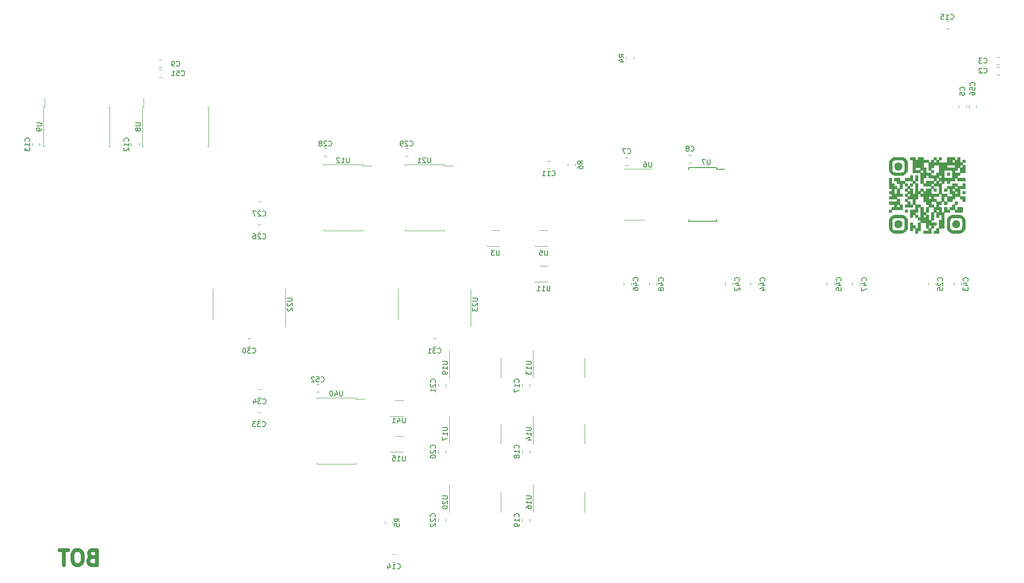
<source format=gbr>
G04 #@! TF.GenerationSoftware,KiCad,Pcbnew,(5.1.8)-1*
G04 #@! TF.CreationDate,2021-04-14T20:49:20+02:00*
G04 #@! TF.ProjectId,Project_GCM,50726f6a-6563-4745-9f47-434d2e6b6963,V5.1*
G04 #@! TF.SameCoordinates,PX40d9900PY1e84800*
G04 #@! TF.FileFunction,Legend,Bot*
G04 #@! TF.FilePolarity,Positive*
%FSLAX46Y46*%
G04 Gerber Fmt 4.6, Leading zero omitted, Abs format (unit mm)*
G04 Created by KiCad (PCBNEW (5.1.8)-1) date 2021-04-14 20:49:20*
%MOMM*%
%LPD*%
G01*
G04 APERTURE LIST*
%ADD10C,0.750000*%
%ADD11C,0.010000*%
%ADD12C,0.120000*%
%ADD13C,0.150000*%
G04 APERTURE END LIST*
D10*
X16500000Y-110785714D02*
X16071428Y-110928571D01*
X15928571Y-111071428D01*
X15785714Y-111357142D01*
X15785714Y-111785714D01*
X15928571Y-112071428D01*
X16071428Y-112214285D01*
X16357142Y-112357142D01*
X17500000Y-112357142D01*
X17500000Y-109357142D01*
X16500000Y-109357142D01*
X16214285Y-109500000D01*
X16071428Y-109642857D01*
X15928571Y-109928571D01*
X15928571Y-110214285D01*
X16071428Y-110500000D01*
X16214285Y-110642857D01*
X16500000Y-110785714D01*
X17500000Y-110785714D01*
X13928571Y-109357142D02*
X13357142Y-109357142D01*
X13071428Y-109500000D01*
X12785714Y-109785714D01*
X12642857Y-110357142D01*
X12642857Y-111357142D01*
X12785714Y-111928571D01*
X13071428Y-112214285D01*
X13357142Y-112357142D01*
X13928571Y-112357142D01*
X14214285Y-112214285D01*
X14500000Y-111928571D01*
X14642857Y-111357142D01*
X14642857Y-110357142D01*
X14500000Y-109785714D01*
X14214285Y-109500000D01*
X13928571Y-109357142D01*
X11785714Y-109357142D02*
X10071428Y-109357142D01*
X10928571Y-112357142D02*
X10928571Y-109357142D01*
D11*
G36*
X186774070Y-45931094D02*
G01*
X187008564Y-45868019D01*
X187204925Y-45730136D01*
X187342404Y-45563453D01*
X187419883Y-45377181D01*
X187439754Y-45153054D01*
X187403269Y-44926604D01*
X187313275Y-44735593D01*
X187146570Y-44575293D01*
X186932331Y-44474410D01*
X186697087Y-44438015D01*
X186467368Y-44471180D01*
X186314707Y-44544722D01*
X186124146Y-44702844D01*
X186012670Y-44874817D01*
X185966068Y-45086545D01*
X185962408Y-45186833D01*
X185972016Y-45366871D01*
X186009125Y-45496894D01*
X186086163Y-45619747D01*
X186089104Y-45623616D01*
X186284056Y-45810524D01*
X186515653Y-45914842D01*
X186772165Y-45931307D01*
X186774070Y-45931094D01*
G37*
X186774070Y-45931094D02*
X187008564Y-45868019D01*
X187204925Y-45730136D01*
X187342404Y-45563453D01*
X187419883Y-45377181D01*
X187439754Y-45153054D01*
X187403269Y-44926604D01*
X187313275Y-44735593D01*
X187146570Y-44575293D01*
X186932331Y-44474410D01*
X186697087Y-44438015D01*
X186467368Y-44471180D01*
X186314707Y-44544722D01*
X186124146Y-44702844D01*
X186012670Y-44874817D01*
X185966068Y-45086545D01*
X185962408Y-45186833D01*
X185972016Y-45366871D01*
X186009125Y-45496894D01*
X186086163Y-45619747D01*
X186089104Y-45623616D01*
X186284056Y-45810524D01*
X186515653Y-45914842D01*
X186772165Y-45931307D01*
X186774070Y-45931094D01*
G36*
X175391107Y-45931094D02*
G01*
X175625601Y-45868019D01*
X175821962Y-45730136D01*
X175959441Y-45563453D01*
X176036920Y-45377181D01*
X176056791Y-45153054D01*
X176020306Y-44926604D01*
X175930312Y-44735593D01*
X175763607Y-44575293D01*
X175549368Y-44474410D01*
X175314124Y-44438015D01*
X175084405Y-44471180D01*
X174931744Y-44544722D01*
X174741183Y-44702844D01*
X174629707Y-44874817D01*
X174583105Y-45086545D01*
X174579445Y-45186833D01*
X174589053Y-45366871D01*
X174626162Y-45496894D01*
X174703200Y-45619747D01*
X174706141Y-45623616D01*
X174901093Y-45810524D01*
X175132690Y-45914842D01*
X175389202Y-45931307D01*
X175391107Y-45931094D01*
G37*
X175391107Y-45931094D02*
X175625601Y-45868019D01*
X175821962Y-45730136D01*
X175959441Y-45563453D01*
X176036920Y-45377181D01*
X176056791Y-45153054D01*
X176020306Y-44926604D01*
X175930312Y-44735593D01*
X175763607Y-44575293D01*
X175549368Y-44474410D01*
X175314124Y-44438015D01*
X175084405Y-44471180D01*
X174931744Y-44544722D01*
X174741183Y-44702844D01*
X174629707Y-44874817D01*
X174583105Y-45086545D01*
X174579445Y-45186833D01*
X174589053Y-45366871D01*
X174626162Y-45496894D01*
X174703200Y-45619747D01*
X174706141Y-45623616D01*
X174901093Y-45810524D01*
X175132690Y-45914842D01*
X175389202Y-45931307D01*
X175391107Y-45931094D01*
G36*
X178177778Y-37148148D02*
G01*
X177660371Y-37148148D01*
X177660371Y-37665555D01*
X178177778Y-37665555D01*
X178177778Y-37148148D01*
G37*
X178177778Y-37148148D02*
X177660371Y-37148148D01*
X177660371Y-37665555D01*
X178177778Y-37665555D01*
X178177778Y-37148148D01*
G36*
X181282222Y-41804815D02*
G01*
X180764815Y-41804815D01*
X180764815Y-42839629D01*
X181282222Y-42839629D01*
X181282222Y-41804815D01*
G37*
X181282222Y-41804815D02*
X180764815Y-41804815D01*
X180764815Y-42839629D01*
X181282222Y-42839629D01*
X181282222Y-41804815D01*
G36*
X182834445Y-38182963D02*
G01*
X182317037Y-38182963D01*
X182317037Y-38700370D01*
X182834445Y-38700370D01*
X182834445Y-38182963D01*
G37*
X182834445Y-38182963D02*
X182317037Y-38182963D01*
X182317037Y-38700370D01*
X182834445Y-38700370D01*
X182834445Y-38182963D01*
G36*
X185421482Y-35078518D02*
G01*
X184904074Y-35078518D01*
X184904074Y-35595926D01*
X185421482Y-35595926D01*
X185421482Y-35078518D01*
G37*
X185421482Y-35078518D02*
X184904074Y-35078518D01*
X184904074Y-35595926D01*
X185421482Y-35595926D01*
X185421482Y-35078518D01*
G36*
X182317037Y-34561111D02*
G01*
X181799630Y-34561111D01*
X181799630Y-35078518D01*
X182317037Y-35078518D01*
X182317037Y-34561111D01*
G37*
X182317037Y-34561111D02*
X181799630Y-34561111D01*
X181799630Y-35078518D01*
X182317037Y-35078518D01*
X182317037Y-34561111D01*
G36*
X175391107Y-34548131D02*
G01*
X175625601Y-34485057D01*
X175821962Y-34347173D01*
X175959441Y-34180490D01*
X176036920Y-33994218D01*
X176056791Y-33770091D01*
X176020306Y-33543641D01*
X175930312Y-33352630D01*
X175763607Y-33192330D01*
X175549368Y-33091447D01*
X175314124Y-33055052D01*
X175084405Y-33088217D01*
X174931744Y-33161759D01*
X174741183Y-33319882D01*
X174629707Y-33491854D01*
X174583105Y-33703582D01*
X174579445Y-33803870D01*
X174589053Y-33983908D01*
X174626162Y-34113931D01*
X174703200Y-34236784D01*
X174706141Y-34240653D01*
X174901093Y-34427561D01*
X175132690Y-34531879D01*
X175389202Y-34548344D01*
X175391107Y-34548131D01*
G37*
X175391107Y-34548131D02*
X175625601Y-34485057D01*
X175821962Y-34347173D01*
X175959441Y-34180490D01*
X176036920Y-33994218D01*
X176056791Y-33770091D01*
X176020306Y-33543641D01*
X175930312Y-33352630D01*
X175763607Y-33192330D01*
X175549368Y-33091447D01*
X175314124Y-33055052D01*
X175084405Y-33088217D01*
X174931744Y-33161759D01*
X174741183Y-33319882D01*
X174629707Y-33491854D01*
X174583105Y-33703582D01*
X174579445Y-33803870D01*
X174589053Y-33983908D01*
X174626162Y-34113931D01*
X174703200Y-34236784D01*
X174706141Y-34240653D01*
X174901093Y-34427561D01*
X175132690Y-34531879D01*
X175389202Y-34548344D01*
X175391107Y-34548131D01*
G36*
X186985648Y-46979560D02*
G01*
X187263348Y-46966760D01*
X187497241Y-46944741D01*
X187664437Y-46913488D01*
X187685274Y-46907021D01*
X187971838Y-46761633D01*
X188220322Y-46540024D01*
X188373102Y-46328667D01*
X188502408Y-46108703D01*
X188502408Y-44227222D01*
X188373102Y-44007259D01*
X188166543Y-43738008D01*
X187907449Y-43532825D01*
X187685274Y-43428905D01*
X187540832Y-43398450D01*
X187325497Y-43376326D01*
X187061332Y-43362499D01*
X186770404Y-43356937D01*
X186474779Y-43359605D01*
X186196521Y-43370470D01*
X185957696Y-43389499D01*
X185780370Y-43416657D01*
X185725473Y-43431889D01*
X185459343Y-43571753D01*
X185220529Y-43784294D01*
X185056898Y-44007259D01*
X184927593Y-44227222D01*
X184927593Y-45167963D01*
X185468519Y-45167963D01*
X185471104Y-44834688D01*
X185481309Y-44581093D01*
X185502807Y-44392863D01*
X185539272Y-44255686D01*
X185594377Y-44155250D01*
X185671796Y-44077242D01*
X185764784Y-44013651D01*
X185830374Y-43979336D01*
X185907656Y-43954698D01*
X186012601Y-43938177D01*
X186161183Y-43928210D01*
X186369373Y-43923235D01*
X186653145Y-43921690D01*
X186705577Y-43921657D01*
X187019859Y-43923501D01*
X187254471Y-43929937D01*
X187423750Y-43942086D01*
X187542036Y-43961066D01*
X187623668Y-43987995D01*
X187636638Y-43994320D01*
X187746335Y-44060474D01*
X187828490Y-44139140D01*
X187886963Y-44244165D01*
X187925618Y-44389397D01*
X187948314Y-44588684D01*
X187958916Y-44855874D01*
X187961306Y-45158539D01*
X187958868Y-45493361D01*
X187948973Y-45748409D01*
X187928003Y-45937907D01*
X187892339Y-46076076D01*
X187838362Y-46177140D01*
X187762453Y-46255320D01*
X187665217Y-46322274D01*
X187600082Y-46356394D01*
X187523401Y-46380943D01*
X187419329Y-46397453D01*
X187272023Y-46407454D01*
X187065637Y-46412478D01*
X186784327Y-46414056D01*
X186715000Y-46414093D01*
X186416132Y-46413039D01*
X186195480Y-46408857D01*
X186037199Y-46400016D01*
X185925447Y-46384985D01*
X185844378Y-46362232D01*
X185778148Y-46330228D01*
X185764784Y-46322274D01*
X185663856Y-46252238D01*
X185588586Y-46172805D01*
X185535300Y-46069661D01*
X185500326Y-45928495D01*
X185479989Y-45734994D01*
X185470616Y-45474844D01*
X185468519Y-45167963D01*
X184927593Y-45167963D01*
X184928203Y-45491351D01*
X184930946Y-45735551D01*
X184937185Y-45915447D01*
X184948288Y-46045921D01*
X184965620Y-46141857D01*
X184990547Y-46218137D01*
X185024434Y-46289645D01*
X185031804Y-46303557D01*
X185196485Y-46530921D01*
X185420979Y-46732288D01*
X185671073Y-46878610D01*
X185741086Y-46905780D01*
X185894514Y-46938858D01*
X186118572Y-46962789D01*
X186390372Y-46977560D01*
X186687027Y-46983155D01*
X186985648Y-46979560D01*
G37*
X186985648Y-46979560D02*
X187263348Y-46966760D01*
X187497241Y-46944741D01*
X187664437Y-46913488D01*
X187685274Y-46907021D01*
X187971838Y-46761633D01*
X188220322Y-46540024D01*
X188373102Y-46328667D01*
X188502408Y-46108703D01*
X188502408Y-44227222D01*
X188373102Y-44007259D01*
X188166543Y-43738008D01*
X187907449Y-43532825D01*
X187685274Y-43428905D01*
X187540832Y-43398450D01*
X187325497Y-43376326D01*
X187061332Y-43362499D01*
X186770404Y-43356937D01*
X186474779Y-43359605D01*
X186196521Y-43370470D01*
X185957696Y-43389499D01*
X185780370Y-43416657D01*
X185725473Y-43431889D01*
X185459343Y-43571753D01*
X185220529Y-43784294D01*
X185056898Y-44007259D01*
X184927593Y-44227222D01*
X184927593Y-45167963D01*
X185468519Y-45167963D01*
X185471104Y-44834688D01*
X185481309Y-44581093D01*
X185502807Y-44392863D01*
X185539272Y-44255686D01*
X185594377Y-44155250D01*
X185671796Y-44077242D01*
X185764784Y-44013651D01*
X185830374Y-43979336D01*
X185907656Y-43954698D01*
X186012601Y-43938177D01*
X186161183Y-43928210D01*
X186369373Y-43923235D01*
X186653145Y-43921690D01*
X186705577Y-43921657D01*
X187019859Y-43923501D01*
X187254471Y-43929937D01*
X187423750Y-43942086D01*
X187542036Y-43961066D01*
X187623668Y-43987995D01*
X187636638Y-43994320D01*
X187746335Y-44060474D01*
X187828490Y-44139140D01*
X187886963Y-44244165D01*
X187925618Y-44389397D01*
X187948314Y-44588684D01*
X187958916Y-44855874D01*
X187961306Y-45158539D01*
X187958868Y-45493361D01*
X187948973Y-45748409D01*
X187928003Y-45937907D01*
X187892339Y-46076076D01*
X187838362Y-46177140D01*
X187762453Y-46255320D01*
X187665217Y-46322274D01*
X187600082Y-46356394D01*
X187523401Y-46380943D01*
X187419329Y-46397453D01*
X187272023Y-46407454D01*
X187065637Y-46412478D01*
X186784327Y-46414056D01*
X186715000Y-46414093D01*
X186416132Y-46413039D01*
X186195480Y-46408857D01*
X186037199Y-46400016D01*
X185925447Y-46384985D01*
X185844378Y-46362232D01*
X185778148Y-46330228D01*
X185764784Y-46322274D01*
X185663856Y-46252238D01*
X185588586Y-46172805D01*
X185535300Y-46069661D01*
X185500326Y-45928495D01*
X185479989Y-45734994D01*
X185470616Y-45474844D01*
X185468519Y-45167963D01*
X184927593Y-45167963D01*
X184928203Y-45491351D01*
X184930946Y-45735551D01*
X184937185Y-45915447D01*
X184948288Y-46045921D01*
X184965620Y-46141857D01*
X184990547Y-46218137D01*
X185024434Y-46289645D01*
X185031804Y-46303557D01*
X185196485Y-46530921D01*
X185420979Y-46732288D01*
X185671073Y-46878610D01*
X185741086Y-46905780D01*
X185894514Y-46938858D01*
X186118572Y-46962789D01*
X186390372Y-46977560D01*
X186687027Y-46983155D01*
X186985648Y-46979560D01*
G36*
X175602685Y-46979560D02*
G01*
X175880385Y-46966760D01*
X176114278Y-46944741D01*
X176281474Y-46913488D01*
X176302311Y-46907021D01*
X176588875Y-46761633D01*
X176837359Y-46540024D01*
X176990139Y-46328667D01*
X177119445Y-46108703D01*
X177119445Y-44227222D01*
X176990139Y-44007259D01*
X176783580Y-43738008D01*
X176524486Y-43532825D01*
X176302311Y-43428905D01*
X176157869Y-43398450D01*
X175942534Y-43376326D01*
X175678369Y-43362499D01*
X175387441Y-43356937D01*
X175091816Y-43359605D01*
X174813558Y-43370470D01*
X174574733Y-43389499D01*
X174397407Y-43416657D01*
X174342510Y-43431889D01*
X174076380Y-43571753D01*
X173837566Y-43784294D01*
X173673935Y-44007259D01*
X173544630Y-44227222D01*
X173544630Y-45167963D01*
X173544858Y-45289314D01*
X174080069Y-45289314D01*
X174080556Y-45013271D01*
X174089072Y-44749069D01*
X174105616Y-44517822D01*
X174130187Y-44340643D01*
X174158395Y-44246325D01*
X174224549Y-44136628D01*
X174303214Y-44054473D01*
X174408239Y-43996000D01*
X174553471Y-43957345D01*
X174752759Y-43934648D01*
X175019949Y-43924047D01*
X175322614Y-43921657D01*
X175636897Y-43923501D01*
X175871508Y-43929937D01*
X176040787Y-43942086D01*
X176159073Y-43961066D01*
X176240705Y-43987995D01*
X176253675Y-43994320D01*
X176363372Y-44060474D01*
X176445527Y-44139140D01*
X176504000Y-44244165D01*
X176542655Y-44389397D01*
X176565352Y-44588684D01*
X176575953Y-44855874D01*
X176578343Y-45158539D01*
X176575905Y-45493361D01*
X176566010Y-45748409D01*
X176545040Y-45937907D01*
X176509376Y-46076076D01*
X176455399Y-46177140D01*
X176379490Y-46255320D01*
X176282254Y-46322274D01*
X176217119Y-46356394D01*
X176140438Y-46380943D01*
X176036367Y-46397453D01*
X175889060Y-46407454D01*
X175682674Y-46412478D01*
X175401364Y-46414056D01*
X175332037Y-46414093D01*
X174992057Y-46411111D01*
X174732265Y-46399629D01*
X174538892Y-46375839D01*
X174398170Y-46335935D01*
X174296329Y-46276109D01*
X174219602Y-46192555D01*
X174158395Y-46089601D01*
X174126772Y-45977340D01*
X174103176Y-45792462D01*
X174087609Y-45556082D01*
X174080069Y-45289314D01*
X173544858Y-45289314D01*
X173545240Y-45491351D01*
X173547983Y-45735551D01*
X173554222Y-45915447D01*
X173565325Y-46045921D01*
X173582657Y-46141857D01*
X173607584Y-46218137D01*
X173641471Y-46289645D01*
X173648841Y-46303557D01*
X173813522Y-46530921D01*
X174038016Y-46732288D01*
X174288110Y-46878610D01*
X174358123Y-46905780D01*
X174511551Y-46938858D01*
X174735609Y-46962789D01*
X175007409Y-46977560D01*
X175304064Y-46983155D01*
X175602685Y-46979560D01*
G37*
X175602685Y-46979560D02*
X175880385Y-46966760D01*
X176114278Y-46944741D01*
X176281474Y-46913488D01*
X176302311Y-46907021D01*
X176588875Y-46761633D01*
X176837359Y-46540024D01*
X176990139Y-46328667D01*
X177119445Y-46108703D01*
X177119445Y-44227222D01*
X176990139Y-44007259D01*
X176783580Y-43738008D01*
X176524486Y-43532825D01*
X176302311Y-43428905D01*
X176157869Y-43398450D01*
X175942534Y-43376326D01*
X175678369Y-43362499D01*
X175387441Y-43356937D01*
X175091816Y-43359605D01*
X174813558Y-43370470D01*
X174574733Y-43389499D01*
X174397407Y-43416657D01*
X174342510Y-43431889D01*
X174076380Y-43571753D01*
X173837566Y-43784294D01*
X173673935Y-44007259D01*
X173544630Y-44227222D01*
X173544630Y-45167963D01*
X173544858Y-45289314D01*
X174080069Y-45289314D01*
X174080556Y-45013271D01*
X174089072Y-44749069D01*
X174105616Y-44517822D01*
X174130187Y-44340643D01*
X174158395Y-44246325D01*
X174224549Y-44136628D01*
X174303214Y-44054473D01*
X174408239Y-43996000D01*
X174553471Y-43957345D01*
X174752759Y-43934648D01*
X175019949Y-43924047D01*
X175322614Y-43921657D01*
X175636897Y-43923501D01*
X175871508Y-43929937D01*
X176040787Y-43942086D01*
X176159073Y-43961066D01*
X176240705Y-43987995D01*
X176253675Y-43994320D01*
X176363372Y-44060474D01*
X176445527Y-44139140D01*
X176504000Y-44244165D01*
X176542655Y-44389397D01*
X176565352Y-44588684D01*
X176575953Y-44855874D01*
X176578343Y-45158539D01*
X176575905Y-45493361D01*
X176566010Y-45748409D01*
X176545040Y-45937907D01*
X176509376Y-46076076D01*
X176455399Y-46177140D01*
X176379490Y-46255320D01*
X176282254Y-46322274D01*
X176217119Y-46356394D01*
X176140438Y-46380943D01*
X176036367Y-46397453D01*
X175889060Y-46407454D01*
X175682674Y-46412478D01*
X175401364Y-46414056D01*
X175332037Y-46414093D01*
X174992057Y-46411111D01*
X174732265Y-46399629D01*
X174538892Y-46375839D01*
X174398170Y-46335935D01*
X174296329Y-46276109D01*
X174219602Y-46192555D01*
X174158395Y-46089601D01*
X174126772Y-45977340D01*
X174103176Y-45792462D01*
X174087609Y-45556082D01*
X174080069Y-45289314D01*
X173544858Y-45289314D01*
X173545240Y-45491351D01*
X173547983Y-45735551D01*
X173554222Y-45915447D01*
X173565325Y-46045921D01*
X173582657Y-46141857D01*
X173607584Y-46218137D01*
X173641471Y-46289645D01*
X173648841Y-46303557D01*
X173813522Y-46530921D01*
X174038016Y-46732288D01*
X174288110Y-46878610D01*
X174358123Y-46905780D01*
X174511551Y-46938858D01*
X174735609Y-46962789D01*
X175007409Y-46977560D01*
X175304064Y-46983155D01*
X175602685Y-46979560D01*
G36*
X177142963Y-42322222D02*
G01*
X176625556Y-42322222D01*
X176625556Y-42839629D01*
X177142963Y-42839629D01*
X177142963Y-42322222D01*
G37*
X177142963Y-42322222D02*
X176625556Y-42322222D01*
X176625556Y-42839629D01*
X177142963Y-42839629D01*
X177142963Y-42322222D01*
G36*
X188525926Y-38700370D02*
G01*
X188008519Y-38700370D01*
X188008519Y-39217778D01*
X188525926Y-39217778D01*
X188525926Y-38700370D01*
G37*
X188525926Y-38700370D02*
X188008519Y-38700370D01*
X188008519Y-39217778D01*
X188525926Y-39217778D01*
X188525926Y-38700370D01*
G36*
X182834445Y-42839629D02*
G01*
X182834445Y-42322222D01*
X183351852Y-42322222D01*
X183351852Y-42839629D01*
X182834445Y-42839629D01*
X182834445Y-43874444D01*
X183351852Y-43874444D01*
X183351852Y-43357037D01*
X183869259Y-43357037D01*
X183869259Y-44391852D01*
X183351852Y-44391852D01*
X183351852Y-45944074D01*
X184386667Y-45944074D01*
X184386667Y-42839629D01*
X183869259Y-42839629D01*
X183869259Y-41804815D01*
X183351852Y-41804815D01*
X183351852Y-41287407D01*
X183869259Y-41287407D01*
X183869259Y-40770000D01*
X184386667Y-40770000D01*
X184386667Y-39735185D01*
X184904074Y-39735185D01*
X184904074Y-39217778D01*
X183869259Y-39217778D01*
X183869259Y-37148148D01*
X183351852Y-37148148D01*
X183351852Y-36630741D01*
X182834445Y-36630741D01*
X182834445Y-37148148D01*
X182317037Y-37148148D01*
X182317037Y-37665555D01*
X183351852Y-37665555D01*
X183351852Y-39217778D01*
X181799630Y-39217778D01*
X181799630Y-38182963D01*
X180764815Y-38182963D01*
X180764815Y-38700370D01*
X180247408Y-38700370D01*
X180247408Y-39217778D01*
X179730000Y-39217778D01*
X179730000Y-39735185D01*
X180247408Y-39735185D01*
X180247408Y-40252592D01*
X181282222Y-40252592D01*
X181282222Y-39735185D01*
X181799630Y-39735185D01*
X181799630Y-40252592D01*
X182317037Y-40252592D01*
X182317037Y-39735185D01*
X183351852Y-39735185D01*
X183351852Y-39217778D01*
X183869259Y-39217778D01*
X183869259Y-40770000D01*
X182834445Y-40770000D01*
X182834445Y-40252592D01*
X182317037Y-40252592D01*
X181799630Y-40252592D01*
X181282222Y-40252592D01*
X180247408Y-40252592D01*
X180247408Y-40770000D01*
X180764815Y-40770000D01*
X180764815Y-41287407D01*
X181282222Y-41287407D01*
X181799630Y-41287407D01*
X181799630Y-40770000D01*
X182834445Y-40770000D01*
X182834445Y-41804815D01*
X182317037Y-41804815D01*
X182317037Y-41287407D01*
X181799630Y-41287407D01*
X181282222Y-41287407D01*
X181282222Y-41804815D01*
X182317037Y-41804815D01*
X182317037Y-42839629D01*
X182834445Y-42839629D01*
G37*
X182834445Y-42839629D02*
X182834445Y-42322222D01*
X183351852Y-42322222D01*
X183351852Y-42839629D01*
X182834445Y-42839629D01*
X182834445Y-43874444D01*
X183351852Y-43874444D01*
X183351852Y-43357037D01*
X183869259Y-43357037D01*
X183869259Y-44391852D01*
X183351852Y-44391852D01*
X183351852Y-45944074D01*
X184386667Y-45944074D01*
X184386667Y-42839629D01*
X183869259Y-42839629D01*
X183869259Y-41804815D01*
X183351852Y-41804815D01*
X183351852Y-41287407D01*
X183869259Y-41287407D01*
X183869259Y-40770000D01*
X184386667Y-40770000D01*
X184386667Y-39735185D01*
X184904074Y-39735185D01*
X184904074Y-39217778D01*
X183869259Y-39217778D01*
X183869259Y-37148148D01*
X183351852Y-37148148D01*
X183351852Y-36630741D01*
X182834445Y-36630741D01*
X182834445Y-37148148D01*
X182317037Y-37148148D01*
X182317037Y-37665555D01*
X183351852Y-37665555D01*
X183351852Y-39217778D01*
X181799630Y-39217778D01*
X181799630Y-38182963D01*
X180764815Y-38182963D01*
X180764815Y-38700370D01*
X180247408Y-38700370D01*
X180247408Y-39217778D01*
X179730000Y-39217778D01*
X179730000Y-39735185D01*
X180247408Y-39735185D01*
X180247408Y-40252592D01*
X181282222Y-40252592D01*
X181282222Y-39735185D01*
X181799630Y-39735185D01*
X181799630Y-40252592D01*
X182317037Y-40252592D01*
X182317037Y-39735185D01*
X183351852Y-39735185D01*
X183351852Y-39217778D01*
X183869259Y-39217778D01*
X183869259Y-40770000D01*
X182834445Y-40770000D01*
X182834445Y-40252592D01*
X182317037Y-40252592D01*
X181799630Y-40252592D01*
X181282222Y-40252592D01*
X180247408Y-40252592D01*
X180247408Y-40770000D01*
X180764815Y-40770000D01*
X180764815Y-41287407D01*
X181282222Y-41287407D01*
X181799630Y-41287407D01*
X181799630Y-40770000D01*
X182834445Y-40770000D01*
X182834445Y-41804815D01*
X182317037Y-41804815D01*
X182317037Y-41287407D01*
X181799630Y-41287407D01*
X181282222Y-41287407D01*
X181282222Y-41804815D01*
X182317037Y-41804815D01*
X182317037Y-42839629D01*
X182834445Y-42839629D01*
G36*
X181799630Y-42839629D02*
G01*
X181799630Y-44391852D01*
X182317037Y-44391852D01*
X182317037Y-42839629D01*
X181799630Y-42839629D01*
G37*
X181799630Y-42839629D02*
X181799630Y-44391852D01*
X182317037Y-44391852D01*
X182317037Y-42839629D01*
X181799630Y-42839629D01*
G36*
X187491111Y-38182963D02*
G01*
X188525926Y-38182963D01*
X188525926Y-37148148D01*
X188008519Y-37148148D01*
X188008519Y-37665555D01*
X186973704Y-37665555D01*
X186973704Y-37148148D01*
X185938889Y-37148148D01*
X185938889Y-37665555D01*
X186456297Y-37665555D01*
X186973704Y-37665555D01*
X186973704Y-38182963D01*
X186456297Y-38182963D01*
X186456297Y-37665555D01*
X185938889Y-37665555D01*
X184904074Y-37665555D01*
X184904074Y-38182963D01*
X185421482Y-38182963D01*
X185421482Y-38700370D01*
X185938889Y-38700370D01*
X185938889Y-38182963D01*
X186456297Y-38182963D01*
X186456297Y-38700370D01*
X185938889Y-38700370D01*
X185421482Y-38700370D01*
X185421482Y-39217778D01*
X185938889Y-39217778D01*
X186456297Y-39217778D01*
X186456297Y-38700370D01*
X186973704Y-38700370D01*
X186973704Y-39217778D01*
X186456297Y-39217778D01*
X185938889Y-39217778D01*
X185938889Y-39735185D01*
X184904074Y-39735185D01*
X184904074Y-40770000D01*
X185938889Y-40770000D01*
X185938889Y-40252592D01*
X186456297Y-40252592D01*
X186456297Y-39735185D01*
X187491111Y-39735185D01*
X187491111Y-38182963D01*
G37*
X187491111Y-38182963D02*
X188525926Y-38182963D01*
X188525926Y-37148148D01*
X188008519Y-37148148D01*
X188008519Y-37665555D01*
X186973704Y-37665555D01*
X186973704Y-37148148D01*
X185938889Y-37148148D01*
X185938889Y-37665555D01*
X186456297Y-37665555D01*
X186973704Y-37665555D01*
X186973704Y-38182963D01*
X186456297Y-38182963D01*
X186456297Y-37665555D01*
X185938889Y-37665555D01*
X184904074Y-37665555D01*
X184904074Y-38182963D01*
X185421482Y-38182963D01*
X185421482Y-38700370D01*
X185938889Y-38700370D01*
X185938889Y-38182963D01*
X186456297Y-38182963D01*
X186456297Y-38700370D01*
X185938889Y-38700370D01*
X185421482Y-38700370D01*
X185421482Y-39217778D01*
X185938889Y-39217778D01*
X186456297Y-39217778D01*
X186456297Y-38700370D01*
X186973704Y-38700370D01*
X186973704Y-39217778D01*
X186456297Y-39217778D01*
X185938889Y-39217778D01*
X185938889Y-39735185D01*
X184904074Y-39735185D01*
X184904074Y-40770000D01*
X185938889Y-40770000D01*
X185938889Y-40252592D01*
X186456297Y-40252592D01*
X186456297Y-39735185D01*
X187491111Y-39735185D01*
X187491111Y-38182963D01*
G36*
X182834445Y-45944074D02*
G01*
X182834445Y-46461481D01*
X182317037Y-46461481D01*
X182317037Y-46978889D01*
X183351852Y-46978889D01*
X183351852Y-45944074D01*
X182834445Y-45944074D01*
G37*
X182834445Y-45944074D02*
X182834445Y-46461481D01*
X182317037Y-46461481D01*
X182317037Y-46978889D01*
X183351852Y-46978889D01*
X183351852Y-45944074D01*
X182834445Y-45944074D01*
G36*
X183351852Y-36630741D02*
G01*
X183869259Y-36630741D01*
X183869259Y-37148148D01*
X184386667Y-37148148D01*
X184386667Y-36630741D01*
X184904074Y-36630741D01*
X184904074Y-37148148D01*
X185421482Y-37148148D01*
X185421482Y-36630741D01*
X186456297Y-36630741D01*
X186456297Y-36113333D01*
X186973704Y-36113333D01*
X186973704Y-35595926D01*
X187491111Y-35595926D01*
X187491111Y-35078518D01*
X186456297Y-35078518D01*
X186456297Y-34561111D01*
X186973704Y-34561111D01*
X186973704Y-34043703D01*
X187491111Y-34043703D01*
X187491111Y-33526296D01*
X188008519Y-33526296D01*
X188008519Y-33008889D01*
X187491111Y-33008889D01*
X187491111Y-31974074D01*
X186973704Y-31974074D01*
X186973704Y-32491481D01*
X186456297Y-32491481D01*
X186456297Y-31974074D01*
X184904074Y-31974074D01*
X184904074Y-33008889D01*
X185938889Y-33008889D01*
X185938889Y-32491481D01*
X186456297Y-32491481D01*
X186456297Y-33008889D01*
X185938889Y-33008889D01*
X184904074Y-33008889D01*
X183351852Y-33008889D01*
X183351852Y-32491481D01*
X182834445Y-32491481D01*
X182834445Y-31974074D01*
X182317037Y-31974074D01*
X182317037Y-32491481D01*
X181799630Y-32491481D01*
X181799630Y-33008889D01*
X182317037Y-33008889D01*
X182317037Y-32491481D01*
X182834445Y-32491481D01*
X182834445Y-33008889D01*
X182317037Y-33008889D01*
X181799630Y-33008889D01*
X181282222Y-33008889D01*
X181282222Y-32491481D01*
X180247408Y-32491481D01*
X180247408Y-31974074D01*
X179212593Y-31974074D01*
X179212593Y-32491481D01*
X178695185Y-32491481D01*
X178695185Y-31974074D01*
X177660371Y-31974074D01*
X177660371Y-32491481D01*
X178177778Y-32491481D01*
X178177778Y-34561111D01*
X178695185Y-34561111D01*
X178695185Y-34043703D01*
X179730000Y-34043703D01*
X180247408Y-34043703D01*
X180247408Y-33008889D01*
X181282222Y-33008889D01*
X181282222Y-34561111D01*
X181799630Y-34561111D01*
X181799630Y-34043703D01*
X182317037Y-34043703D01*
X182317037Y-33526296D01*
X183351852Y-33526296D01*
X183351852Y-34043703D01*
X184904074Y-34043703D01*
X184904074Y-33526296D01*
X186456297Y-33526296D01*
X186456297Y-34043703D01*
X184904074Y-34043703D01*
X183351852Y-34043703D01*
X183351852Y-35078518D01*
X182834445Y-35078518D01*
X182834445Y-35595926D01*
X183351852Y-35595926D01*
X183869259Y-35595926D01*
X183869259Y-36113333D01*
X184386667Y-36113333D01*
X184386667Y-34561111D01*
X185938889Y-34561111D01*
X185938889Y-36113333D01*
X184386667Y-36113333D01*
X183869259Y-36113333D01*
X183351852Y-36113333D01*
X183351852Y-35595926D01*
X182834445Y-35595926D01*
X181799630Y-35595926D01*
X181799630Y-35078518D01*
X180764815Y-35078518D01*
X180764815Y-34043703D01*
X180247408Y-34043703D01*
X179730000Y-34043703D01*
X179730000Y-34561111D01*
X178695185Y-34561111D01*
X178177778Y-34561111D01*
X178177778Y-35078518D01*
X179730000Y-35078518D01*
X179730000Y-34561111D01*
X180247408Y-34561111D01*
X180247408Y-35078518D01*
X179730000Y-35078518D01*
X179730000Y-37148148D01*
X180247408Y-37148148D01*
X180247408Y-36113333D01*
X180764815Y-36113333D01*
X180764815Y-35595926D01*
X181282222Y-35595926D01*
X181282222Y-36113333D01*
X182317037Y-36113333D01*
X182317037Y-36630741D01*
X182834445Y-36630741D01*
X182834445Y-36113333D01*
X183351852Y-36113333D01*
X183351852Y-36630741D01*
G37*
X183351852Y-36630741D02*
X183869259Y-36630741D01*
X183869259Y-37148148D01*
X184386667Y-37148148D01*
X184386667Y-36630741D01*
X184904074Y-36630741D01*
X184904074Y-37148148D01*
X185421482Y-37148148D01*
X185421482Y-36630741D01*
X186456297Y-36630741D01*
X186456297Y-36113333D01*
X186973704Y-36113333D01*
X186973704Y-35595926D01*
X187491111Y-35595926D01*
X187491111Y-35078518D01*
X186456297Y-35078518D01*
X186456297Y-34561111D01*
X186973704Y-34561111D01*
X186973704Y-34043703D01*
X187491111Y-34043703D01*
X187491111Y-33526296D01*
X188008519Y-33526296D01*
X188008519Y-33008889D01*
X187491111Y-33008889D01*
X187491111Y-31974074D01*
X186973704Y-31974074D01*
X186973704Y-32491481D01*
X186456297Y-32491481D01*
X186456297Y-31974074D01*
X184904074Y-31974074D01*
X184904074Y-33008889D01*
X185938889Y-33008889D01*
X185938889Y-32491481D01*
X186456297Y-32491481D01*
X186456297Y-33008889D01*
X185938889Y-33008889D01*
X184904074Y-33008889D01*
X183351852Y-33008889D01*
X183351852Y-32491481D01*
X182834445Y-32491481D01*
X182834445Y-31974074D01*
X182317037Y-31974074D01*
X182317037Y-32491481D01*
X181799630Y-32491481D01*
X181799630Y-33008889D01*
X182317037Y-33008889D01*
X182317037Y-32491481D01*
X182834445Y-32491481D01*
X182834445Y-33008889D01*
X182317037Y-33008889D01*
X181799630Y-33008889D01*
X181282222Y-33008889D01*
X181282222Y-32491481D01*
X180247408Y-32491481D01*
X180247408Y-31974074D01*
X179212593Y-31974074D01*
X179212593Y-32491481D01*
X178695185Y-32491481D01*
X178695185Y-31974074D01*
X177660371Y-31974074D01*
X177660371Y-32491481D01*
X178177778Y-32491481D01*
X178177778Y-34561111D01*
X178695185Y-34561111D01*
X178695185Y-34043703D01*
X179730000Y-34043703D01*
X180247408Y-34043703D01*
X180247408Y-33008889D01*
X181282222Y-33008889D01*
X181282222Y-34561111D01*
X181799630Y-34561111D01*
X181799630Y-34043703D01*
X182317037Y-34043703D01*
X182317037Y-33526296D01*
X183351852Y-33526296D01*
X183351852Y-34043703D01*
X184904074Y-34043703D01*
X184904074Y-33526296D01*
X186456297Y-33526296D01*
X186456297Y-34043703D01*
X184904074Y-34043703D01*
X183351852Y-34043703D01*
X183351852Y-35078518D01*
X182834445Y-35078518D01*
X182834445Y-35595926D01*
X183351852Y-35595926D01*
X183869259Y-35595926D01*
X183869259Y-36113333D01*
X184386667Y-36113333D01*
X184386667Y-34561111D01*
X185938889Y-34561111D01*
X185938889Y-36113333D01*
X184386667Y-36113333D01*
X183869259Y-36113333D01*
X183351852Y-36113333D01*
X183351852Y-35595926D01*
X182834445Y-35595926D01*
X181799630Y-35595926D01*
X181799630Y-35078518D01*
X180764815Y-35078518D01*
X180764815Y-34043703D01*
X180247408Y-34043703D01*
X179730000Y-34043703D01*
X179730000Y-34561111D01*
X178695185Y-34561111D01*
X178177778Y-34561111D01*
X178177778Y-35078518D01*
X179730000Y-35078518D01*
X179730000Y-34561111D01*
X180247408Y-34561111D01*
X180247408Y-35078518D01*
X179730000Y-35078518D01*
X179730000Y-37148148D01*
X180247408Y-37148148D01*
X180247408Y-36113333D01*
X180764815Y-36113333D01*
X180764815Y-35595926D01*
X181282222Y-35595926D01*
X181282222Y-36113333D01*
X182317037Y-36113333D01*
X182317037Y-36630741D01*
X182834445Y-36630741D01*
X182834445Y-36113333D01*
X183351852Y-36113333D01*
X183351852Y-36630741D01*
G36*
X187491111Y-40252592D02*
G01*
X188008519Y-40252592D01*
X188008519Y-40770000D01*
X188525926Y-40770000D01*
X188525926Y-39735185D01*
X187491111Y-39735185D01*
X187491111Y-40252592D01*
G37*
X187491111Y-40252592D02*
X188008519Y-40252592D01*
X188008519Y-40770000D01*
X188525926Y-40770000D01*
X188525926Y-39735185D01*
X187491111Y-39735185D01*
X187491111Y-40252592D01*
G36*
X184386667Y-41287407D02*
G01*
X184904074Y-41287407D01*
X184904074Y-40770000D01*
X184386667Y-40770000D01*
X184386667Y-41287407D01*
G37*
X184386667Y-41287407D02*
X184904074Y-41287407D01*
X184904074Y-40770000D01*
X184386667Y-40770000D01*
X184386667Y-41287407D01*
G36*
X182317037Y-45944074D02*
G01*
X182317037Y-45426666D01*
X182834445Y-45426666D01*
X182834445Y-44909259D01*
X181799630Y-44909259D01*
X181799630Y-44391852D01*
X181282222Y-44391852D01*
X181282222Y-43357037D01*
X180764815Y-43357037D01*
X180764815Y-42839629D01*
X180247408Y-42839629D01*
X180247408Y-41804815D01*
X179730000Y-41804815D01*
X179730000Y-43874444D01*
X180247408Y-43874444D01*
X180247408Y-43357037D01*
X180764815Y-43357037D01*
X180764815Y-43874444D01*
X180247408Y-43874444D01*
X179730000Y-43874444D01*
X179212593Y-43874444D01*
X179212593Y-44391852D01*
X179730000Y-44391852D01*
X179730000Y-44909259D01*
X180764815Y-44909259D01*
X180764815Y-45944074D01*
X181282222Y-45944074D01*
X181282222Y-45426666D01*
X181799630Y-45426666D01*
X181799630Y-45944074D01*
X181282222Y-45944074D01*
X181282222Y-46461481D01*
X180247408Y-46461481D01*
X180247408Y-46978889D01*
X181799630Y-46978889D01*
X181799630Y-45944074D01*
X182317037Y-45944074D01*
G37*
X182317037Y-45944074D02*
X182317037Y-45426666D01*
X182834445Y-45426666D01*
X182834445Y-44909259D01*
X181799630Y-44909259D01*
X181799630Y-44391852D01*
X181282222Y-44391852D01*
X181282222Y-43357037D01*
X180764815Y-43357037D01*
X180764815Y-42839629D01*
X180247408Y-42839629D01*
X180247408Y-41804815D01*
X179730000Y-41804815D01*
X179730000Y-43874444D01*
X180247408Y-43874444D01*
X180247408Y-43357037D01*
X180764815Y-43357037D01*
X180764815Y-43874444D01*
X180247408Y-43874444D01*
X179730000Y-43874444D01*
X179212593Y-43874444D01*
X179212593Y-44391852D01*
X179730000Y-44391852D01*
X179730000Y-44909259D01*
X180764815Y-44909259D01*
X180764815Y-45944074D01*
X181282222Y-45944074D01*
X181282222Y-45426666D01*
X181799630Y-45426666D01*
X181799630Y-45944074D01*
X181282222Y-45944074D01*
X181282222Y-46461481D01*
X180247408Y-46461481D01*
X180247408Y-46978889D01*
X181799630Y-46978889D01*
X181799630Y-45944074D01*
X182317037Y-45944074D01*
G36*
X184386667Y-38182963D02*
G01*
X184386667Y-38700370D01*
X184904074Y-38700370D01*
X184904074Y-38182963D01*
X184386667Y-38182963D01*
G37*
X184386667Y-38182963D02*
X184386667Y-38700370D01*
X184904074Y-38700370D01*
X184904074Y-38182963D01*
X184386667Y-38182963D01*
G36*
X186456297Y-41287407D02*
G01*
X185938889Y-41287407D01*
X185938889Y-41804815D01*
X185421482Y-41804815D01*
X185421482Y-42322222D01*
X186456297Y-42322222D01*
X186456297Y-41287407D01*
G37*
X186456297Y-41287407D02*
X185938889Y-41287407D01*
X185938889Y-41804815D01*
X185421482Y-41804815D01*
X185421482Y-42322222D01*
X186456297Y-42322222D01*
X186456297Y-41287407D01*
G36*
X186973704Y-36630741D02*
G01*
X188525926Y-36630741D01*
X188525926Y-36113333D01*
X186973704Y-36113333D01*
X186973704Y-36630741D01*
G37*
X186973704Y-36630741D02*
X188525926Y-36630741D01*
X188525926Y-36113333D01*
X186973704Y-36113333D01*
X186973704Y-36630741D01*
G36*
X180247408Y-37665555D02*
G01*
X181799630Y-37665555D01*
X181799630Y-37148148D01*
X182317037Y-37148148D01*
X182317037Y-36630741D01*
X180764815Y-36630741D01*
X180764815Y-37148148D01*
X180247408Y-37148148D01*
X180247408Y-37665555D01*
G37*
X180247408Y-37665555D02*
X181799630Y-37665555D01*
X181799630Y-37148148D01*
X182317037Y-37148148D01*
X182317037Y-36630741D01*
X180764815Y-36630741D01*
X180764815Y-37148148D01*
X180247408Y-37148148D01*
X180247408Y-37665555D01*
G36*
X181799630Y-38182963D02*
G01*
X182317037Y-38182963D01*
X182317037Y-37665555D01*
X181799630Y-37665555D01*
X181799630Y-38182963D01*
G37*
X181799630Y-38182963D02*
X182317037Y-38182963D01*
X182317037Y-37665555D01*
X181799630Y-37665555D01*
X181799630Y-38182963D01*
G36*
X180247408Y-38182963D02*
G01*
X179730000Y-38182963D01*
X179730000Y-38700370D01*
X180247408Y-38700370D01*
X180247408Y-38182963D01*
G37*
X180247408Y-38182963D02*
X179730000Y-38182963D01*
X179730000Y-38700370D01*
X180247408Y-38700370D01*
X180247408Y-38182963D01*
G36*
X179212593Y-38700370D02*
G01*
X179212593Y-37148148D01*
X178695185Y-37148148D01*
X178695185Y-36630741D01*
X178177778Y-36630741D01*
X178177778Y-35595926D01*
X177660371Y-35595926D01*
X177660371Y-36113333D01*
X176625556Y-36113333D01*
X176625556Y-36630741D01*
X175590741Y-36630741D01*
X175590741Y-36113333D01*
X174555926Y-36113333D01*
X174555926Y-36630741D01*
X175073334Y-36630741D01*
X175073334Y-37148148D01*
X175590741Y-37148148D01*
X175590741Y-38182963D01*
X176108148Y-38182963D01*
X176108148Y-37148148D01*
X176625556Y-37148148D01*
X176625556Y-36630741D01*
X178177778Y-36630741D01*
X178177778Y-37148148D01*
X178695185Y-37148148D01*
X178695185Y-39217778D01*
X178177778Y-39217778D01*
X178177778Y-38182963D01*
X177660371Y-38182963D01*
X177660371Y-37665555D01*
X177142963Y-37665555D01*
X177142963Y-37148148D01*
X176625556Y-37148148D01*
X176625556Y-37665555D01*
X177142963Y-37665555D01*
X177142963Y-38182963D01*
X176625556Y-38182963D01*
X176625556Y-38700370D01*
X177142963Y-38700370D01*
X177142963Y-38182963D01*
X177660371Y-38182963D01*
X177660371Y-38700370D01*
X177142963Y-38700370D01*
X177142963Y-39217778D01*
X176625556Y-39217778D01*
X176625556Y-39735185D01*
X177142963Y-39735185D01*
X177142963Y-39217778D01*
X177660371Y-39217778D01*
X177660371Y-39735185D01*
X177142963Y-39735185D01*
X177142963Y-40252592D01*
X176625556Y-40252592D01*
X176625556Y-40770000D01*
X177142963Y-40770000D01*
X177142963Y-40252592D01*
X178177778Y-40252592D01*
X178177778Y-41287407D01*
X177660371Y-41287407D01*
X177660371Y-40770000D01*
X177142963Y-40770000D01*
X177142963Y-41287407D01*
X176625556Y-41287407D01*
X176625556Y-41804815D01*
X178177778Y-41804815D01*
X178177778Y-41287407D01*
X178695185Y-41287407D01*
X178695185Y-40252592D01*
X179212593Y-40252592D01*
X179212593Y-39217778D01*
X179730000Y-39217778D01*
X179730000Y-38700370D01*
X179212593Y-38700370D01*
G37*
X179212593Y-38700370D02*
X179212593Y-37148148D01*
X178695185Y-37148148D01*
X178695185Y-36630741D01*
X178177778Y-36630741D01*
X178177778Y-35595926D01*
X177660371Y-35595926D01*
X177660371Y-36113333D01*
X176625556Y-36113333D01*
X176625556Y-36630741D01*
X175590741Y-36630741D01*
X175590741Y-36113333D01*
X174555926Y-36113333D01*
X174555926Y-36630741D01*
X175073334Y-36630741D01*
X175073334Y-37148148D01*
X175590741Y-37148148D01*
X175590741Y-38182963D01*
X176108148Y-38182963D01*
X176108148Y-37148148D01*
X176625556Y-37148148D01*
X176625556Y-36630741D01*
X178177778Y-36630741D01*
X178177778Y-37148148D01*
X178695185Y-37148148D01*
X178695185Y-39217778D01*
X178177778Y-39217778D01*
X178177778Y-38182963D01*
X177660371Y-38182963D01*
X177660371Y-37665555D01*
X177142963Y-37665555D01*
X177142963Y-37148148D01*
X176625556Y-37148148D01*
X176625556Y-37665555D01*
X177142963Y-37665555D01*
X177142963Y-38182963D01*
X176625556Y-38182963D01*
X176625556Y-38700370D01*
X177142963Y-38700370D01*
X177142963Y-38182963D01*
X177660371Y-38182963D01*
X177660371Y-38700370D01*
X177142963Y-38700370D01*
X177142963Y-39217778D01*
X176625556Y-39217778D01*
X176625556Y-39735185D01*
X177142963Y-39735185D01*
X177142963Y-39217778D01*
X177660371Y-39217778D01*
X177660371Y-39735185D01*
X177142963Y-39735185D01*
X177142963Y-40252592D01*
X176625556Y-40252592D01*
X176625556Y-40770000D01*
X177142963Y-40770000D01*
X177142963Y-40252592D01*
X178177778Y-40252592D01*
X178177778Y-41287407D01*
X177660371Y-41287407D01*
X177660371Y-40770000D01*
X177142963Y-40770000D01*
X177142963Y-41287407D01*
X176625556Y-41287407D01*
X176625556Y-41804815D01*
X178177778Y-41804815D01*
X178177778Y-41287407D01*
X178695185Y-41287407D01*
X178695185Y-40252592D01*
X179212593Y-40252592D01*
X179212593Y-39217778D01*
X179730000Y-39217778D01*
X179730000Y-38700370D01*
X179212593Y-38700370D01*
G36*
X178695185Y-42322222D02*
G01*
X177660371Y-42322222D01*
X177660371Y-43874444D01*
X178177778Y-43874444D01*
X178177778Y-43357037D01*
X178695185Y-43357037D01*
X178695185Y-42839629D01*
X179212593Y-42839629D01*
X179212593Y-41804815D01*
X179730000Y-41804815D01*
X179730000Y-41287407D01*
X178695185Y-41287407D01*
X178695185Y-42322222D01*
G37*
X178695185Y-42322222D02*
X177660371Y-42322222D01*
X177660371Y-43874444D01*
X178177778Y-43874444D01*
X178177778Y-43357037D01*
X178695185Y-43357037D01*
X178695185Y-42839629D01*
X179212593Y-42839629D01*
X179212593Y-41804815D01*
X179730000Y-41804815D01*
X179730000Y-41287407D01*
X178695185Y-41287407D01*
X178695185Y-42322222D01*
G36*
X178695185Y-43874444D02*
G01*
X179212593Y-43874444D01*
X179212593Y-43357037D01*
X178695185Y-43357037D01*
X178695185Y-43874444D01*
G37*
X178695185Y-43874444D02*
X179212593Y-43874444D01*
X179212593Y-43357037D01*
X178695185Y-43357037D01*
X178695185Y-43874444D01*
G36*
X179212593Y-44909259D02*
G01*
X179212593Y-45944074D01*
X178695185Y-45944074D01*
X178695185Y-46978889D01*
X179212593Y-46978889D01*
X179212593Y-46461481D01*
X179730000Y-46461481D01*
X179730000Y-44909259D01*
X179212593Y-44909259D01*
G37*
X179212593Y-44909259D02*
X179212593Y-45944074D01*
X178695185Y-45944074D01*
X178695185Y-46978889D01*
X179212593Y-46978889D01*
X179212593Y-46461481D01*
X179730000Y-46461481D01*
X179730000Y-44909259D01*
X179212593Y-44909259D01*
G36*
X186456297Y-42839629D02*
G01*
X188008519Y-42839629D01*
X188008519Y-41804815D01*
X186973704Y-41804815D01*
X186973704Y-42322222D01*
X186456297Y-42322222D01*
X186456297Y-42839629D01*
G37*
X186456297Y-42839629D02*
X188008519Y-42839629D01*
X188008519Y-41804815D01*
X186973704Y-41804815D01*
X186973704Y-42322222D01*
X186456297Y-42322222D01*
X186456297Y-42839629D01*
G36*
X184904074Y-42322222D02*
G01*
X184904074Y-41804815D01*
X184386667Y-41804815D01*
X184386667Y-42839629D01*
X185421482Y-42839629D01*
X185421482Y-42322222D01*
X184904074Y-42322222D01*
G37*
X184904074Y-42322222D02*
X184904074Y-41804815D01*
X184386667Y-41804815D01*
X184386667Y-42839629D01*
X185421482Y-42839629D01*
X185421482Y-42322222D01*
X184904074Y-42322222D01*
G36*
X175073334Y-40770000D02*
G01*
X173521111Y-40770000D01*
X173521111Y-41287407D01*
X174555926Y-41287407D01*
X174555926Y-41804815D01*
X175073334Y-41804815D01*
X175073334Y-41287407D01*
X175590741Y-41287407D01*
X175590741Y-41804815D01*
X175073334Y-41804815D01*
X174555926Y-41804815D01*
X174038519Y-41804815D01*
X174038519Y-42322222D01*
X176108148Y-42322222D01*
X176108148Y-41287407D01*
X175590741Y-41287407D01*
X175590741Y-40252592D01*
X175073334Y-40252592D01*
X175073334Y-40770000D01*
G37*
X175073334Y-40770000D02*
X173521111Y-40770000D01*
X173521111Y-41287407D01*
X174555926Y-41287407D01*
X174555926Y-41804815D01*
X175073334Y-41804815D01*
X175073334Y-41287407D01*
X175590741Y-41287407D01*
X175590741Y-41804815D01*
X175073334Y-41804815D01*
X174555926Y-41804815D01*
X174038519Y-41804815D01*
X174038519Y-42322222D01*
X176108148Y-42322222D01*
X176108148Y-41287407D01*
X175590741Y-41287407D01*
X175590741Y-40252592D01*
X175073334Y-40252592D01*
X175073334Y-40770000D01*
G36*
X173521111Y-42322222D02*
G01*
X173521111Y-42839629D01*
X174038519Y-42839629D01*
X174038519Y-42322222D01*
X173521111Y-42322222D01*
G37*
X173521111Y-42322222D02*
X173521111Y-42839629D01*
X174038519Y-42839629D01*
X174038519Y-42322222D01*
X173521111Y-42322222D01*
G36*
X188008519Y-34043703D02*
G01*
X187491111Y-34043703D01*
X187491111Y-35078518D01*
X188525926Y-35078518D01*
X188525926Y-33526296D01*
X188008519Y-33526296D01*
X188008519Y-34043703D01*
G37*
X188008519Y-34043703D02*
X187491111Y-34043703D01*
X187491111Y-35078518D01*
X188525926Y-35078518D01*
X188525926Y-33526296D01*
X188008519Y-33526296D01*
X188008519Y-34043703D01*
G36*
X186973704Y-41287407D02*
G01*
X186973704Y-40770000D01*
X186456297Y-40770000D01*
X186456297Y-41287407D01*
X186973704Y-41287407D01*
G37*
X186973704Y-41287407D02*
X186973704Y-40770000D01*
X186456297Y-40770000D01*
X186456297Y-41287407D01*
X186973704Y-41287407D01*
G36*
X175073334Y-39735185D02*
G01*
X176108148Y-39735185D01*
X176108148Y-39217778D01*
X175590741Y-39217778D01*
X175590741Y-38182963D01*
X175073334Y-38182963D01*
X175073334Y-37665555D01*
X174555926Y-37665555D01*
X174555926Y-37148148D01*
X174038519Y-37148148D01*
X174038519Y-36113333D01*
X173521111Y-36113333D01*
X173521111Y-38182963D01*
X174038519Y-38182963D01*
X174038519Y-38700370D01*
X173521111Y-38700370D01*
X173521111Y-39217778D01*
X174038519Y-39217778D01*
X174555926Y-39217778D01*
X174555926Y-38182963D01*
X175073334Y-38182963D01*
X175073334Y-39217778D01*
X174555926Y-39217778D01*
X174038519Y-39217778D01*
X174038519Y-39735185D01*
X173521111Y-39735185D01*
X173521111Y-40252592D01*
X175073334Y-40252592D01*
X175073334Y-39735185D01*
G37*
X175073334Y-39735185D02*
X176108148Y-39735185D01*
X176108148Y-39217778D01*
X175590741Y-39217778D01*
X175590741Y-38182963D01*
X175073334Y-38182963D01*
X175073334Y-37665555D01*
X174555926Y-37665555D01*
X174555926Y-37148148D01*
X174038519Y-37148148D01*
X174038519Y-36113333D01*
X173521111Y-36113333D01*
X173521111Y-38182963D01*
X174038519Y-38182963D01*
X174038519Y-38700370D01*
X173521111Y-38700370D01*
X173521111Y-39217778D01*
X174038519Y-39217778D01*
X174555926Y-39217778D01*
X174555926Y-38182963D01*
X175073334Y-38182963D01*
X175073334Y-39217778D01*
X174555926Y-39217778D01*
X174038519Y-39217778D01*
X174038519Y-39735185D01*
X173521111Y-39735185D01*
X173521111Y-40252592D01*
X175073334Y-40252592D01*
X175073334Y-39735185D01*
G36*
X179212593Y-35595926D02*
G01*
X178695185Y-35595926D01*
X178695185Y-36630741D01*
X179212593Y-36630741D01*
X179212593Y-35595926D01*
G37*
X179212593Y-35595926D02*
X178695185Y-35595926D01*
X178695185Y-36630741D01*
X179212593Y-36630741D01*
X179212593Y-35595926D01*
G36*
X188525926Y-32491481D02*
G01*
X188008519Y-32491481D01*
X188008519Y-33008889D01*
X188525926Y-33008889D01*
X188525926Y-32491481D01*
G37*
X188525926Y-32491481D02*
X188008519Y-32491481D01*
X188008519Y-33008889D01*
X188525926Y-33008889D01*
X188525926Y-32491481D01*
G36*
X178695185Y-45426666D02*
G01*
X178177778Y-45426666D01*
X178177778Y-44909259D01*
X177660371Y-44909259D01*
X177660371Y-46461481D01*
X178177778Y-46461481D01*
X178177778Y-45944074D01*
X178695185Y-45944074D01*
X178695185Y-45426666D01*
G37*
X178695185Y-45426666D02*
X178177778Y-45426666D01*
X178177778Y-44909259D01*
X177660371Y-44909259D01*
X177660371Y-46461481D01*
X178177778Y-46461481D01*
X178177778Y-45944074D01*
X178695185Y-45944074D01*
X178695185Y-45426666D01*
G36*
X183869259Y-31974074D02*
G01*
X183351852Y-31974074D01*
X183351852Y-32491481D01*
X183869259Y-32491481D01*
X183869259Y-31974074D01*
G37*
X183869259Y-31974074D02*
X183351852Y-31974074D01*
X183351852Y-32491481D01*
X183869259Y-32491481D01*
X183869259Y-31974074D01*
G36*
X175602685Y-35596597D02*
G01*
X175880385Y-35583797D01*
X176114278Y-35561778D01*
X176281474Y-35530525D01*
X176302311Y-35524058D01*
X176588875Y-35378670D01*
X176837359Y-35157061D01*
X176990139Y-34945704D01*
X177119445Y-34725741D01*
X177119445Y-32844259D01*
X176990139Y-32624296D01*
X176783580Y-32355045D01*
X176524486Y-32149862D01*
X176302311Y-32045942D01*
X176157869Y-32015487D01*
X175942534Y-31993363D01*
X175678369Y-31979536D01*
X175387441Y-31973974D01*
X175091816Y-31976642D01*
X174813558Y-31987507D01*
X174574733Y-32006536D01*
X174397407Y-32033694D01*
X174342510Y-32048926D01*
X174076380Y-32188790D01*
X173837566Y-32401331D01*
X173673935Y-32624296D01*
X173544630Y-32844259D01*
X173544630Y-33785000D01*
X173544858Y-33906351D01*
X174080069Y-33906351D01*
X174080556Y-33630308D01*
X174089072Y-33366106D01*
X174105616Y-33134859D01*
X174130187Y-32957680D01*
X174158395Y-32863362D01*
X174224549Y-32753665D01*
X174303214Y-32671510D01*
X174408239Y-32613037D01*
X174553471Y-32574382D01*
X174752759Y-32551686D01*
X175019949Y-32541084D01*
X175322614Y-32538694D01*
X175636897Y-32540538D01*
X175871508Y-32546974D01*
X176040787Y-32559123D01*
X176159073Y-32578103D01*
X176240705Y-32605032D01*
X176253675Y-32611357D01*
X176363372Y-32677511D01*
X176445527Y-32756177D01*
X176504000Y-32861202D01*
X176542655Y-33006434D01*
X176565352Y-33205721D01*
X176575953Y-33472911D01*
X176578343Y-33775576D01*
X176575905Y-34110398D01*
X176566010Y-34365446D01*
X176545040Y-34554944D01*
X176509376Y-34693113D01*
X176455399Y-34794177D01*
X176379490Y-34872357D01*
X176282254Y-34939311D01*
X176217119Y-34973431D01*
X176140438Y-34997980D01*
X176036367Y-35014490D01*
X175889060Y-35024491D01*
X175682674Y-35029515D01*
X175401364Y-35031093D01*
X175332037Y-35031130D01*
X174992057Y-35028148D01*
X174732265Y-35016666D01*
X174538892Y-34992876D01*
X174398170Y-34952972D01*
X174296329Y-34893146D01*
X174219602Y-34809592D01*
X174158395Y-34706638D01*
X174126772Y-34594377D01*
X174103176Y-34409499D01*
X174087609Y-34173119D01*
X174080069Y-33906351D01*
X173544858Y-33906351D01*
X173545240Y-34108388D01*
X173547983Y-34352588D01*
X173554222Y-34532484D01*
X173565325Y-34662958D01*
X173582657Y-34758894D01*
X173607584Y-34835174D01*
X173641471Y-34906682D01*
X173648841Y-34920594D01*
X173813522Y-35147958D01*
X174038016Y-35349325D01*
X174288110Y-35495647D01*
X174358123Y-35522817D01*
X174511551Y-35555895D01*
X174735609Y-35579826D01*
X175007409Y-35594597D01*
X175304064Y-35600192D01*
X175602685Y-35596597D01*
G37*
X175602685Y-35596597D02*
X175880385Y-35583797D01*
X176114278Y-35561778D01*
X176281474Y-35530525D01*
X176302311Y-35524058D01*
X176588875Y-35378670D01*
X176837359Y-35157061D01*
X176990139Y-34945704D01*
X177119445Y-34725741D01*
X177119445Y-32844259D01*
X176990139Y-32624296D01*
X176783580Y-32355045D01*
X176524486Y-32149862D01*
X176302311Y-32045942D01*
X176157869Y-32015487D01*
X175942534Y-31993363D01*
X175678369Y-31979536D01*
X175387441Y-31973974D01*
X175091816Y-31976642D01*
X174813558Y-31987507D01*
X174574733Y-32006536D01*
X174397407Y-32033694D01*
X174342510Y-32048926D01*
X174076380Y-32188790D01*
X173837566Y-32401331D01*
X173673935Y-32624296D01*
X173544630Y-32844259D01*
X173544630Y-33785000D01*
X173544858Y-33906351D01*
X174080069Y-33906351D01*
X174080556Y-33630308D01*
X174089072Y-33366106D01*
X174105616Y-33134859D01*
X174130187Y-32957680D01*
X174158395Y-32863362D01*
X174224549Y-32753665D01*
X174303214Y-32671510D01*
X174408239Y-32613037D01*
X174553471Y-32574382D01*
X174752759Y-32551686D01*
X175019949Y-32541084D01*
X175322614Y-32538694D01*
X175636897Y-32540538D01*
X175871508Y-32546974D01*
X176040787Y-32559123D01*
X176159073Y-32578103D01*
X176240705Y-32605032D01*
X176253675Y-32611357D01*
X176363372Y-32677511D01*
X176445527Y-32756177D01*
X176504000Y-32861202D01*
X176542655Y-33006434D01*
X176565352Y-33205721D01*
X176575953Y-33472911D01*
X176578343Y-33775576D01*
X176575905Y-34110398D01*
X176566010Y-34365446D01*
X176545040Y-34554944D01*
X176509376Y-34693113D01*
X176455399Y-34794177D01*
X176379490Y-34872357D01*
X176282254Y-34939311D01*
X176217119Y-34973431D01*
X176140438Y-34997980D01*
X176036367Y-35014490D01*
X175889060Y-35024491D01*
X175682674Y-35029515D01*
X175401364Y-35031093D01*
X175332037Y-35031130D01*
X174992057Y-35028148D01*
X174732265Y-35016666D01*
X174538892Y-34992876D01*
X174398170Y-34952972D01*
X174296329Y-34893146D01*
X174219602Y-34809592D01*
X174158395Y-34706638D01*
X174126772Y-34594377D01*
X174103176Y-34409499D01*
X174087609Y-34173119D01*
X174080069Y-33906351D01*
X173544858Y-33906351D01*
X173545240Y-34108388D01*
X173547983Y-34352588D01*
X173554222Y-34532484D01*
X173565325Y-34662958D01*
X173582657Y-34758894D01*
X173607584Y-34835174D01*
X173641471Y-34906682D01*
X173648841Y-34920594D01*
X173813522Y-35147958D01*
X174038016Y-35349325D01*
X174288110Y-35495647D01*
X174358123Y-35522817D01*
X174511551Y-35555895D01*
X174735609Y-35579826D01*
X175007409Y-35594597D01*
X175304064Y-35600192D01*
X175602685Y-35596597D01*
D12*
X123330000Y-34290000D02*
X126830000Y-34290000D01*
X123330000Y-34290000D02*
X121380000Y-34290000D01*
X123330000Y-44410000D02*
X125280000Y-44410000D01*
X123330000Y-44410000D02*
X121380000Y-44410000D01*
X195261252Y-14265000D02*
X194738748Y-14265000D01*
X195261252Y-15735000D02*
X194738748Y-15735000D01*
X195261252Y-12265000D02*
X194738748Y-12265000D01*
X195261252Y-13735000D02*
X194738748Y-13735000D01*
X188735000Y-22261252D02*
X188735000Y-21738748D01*
X187265000Y-22261252D02*
X187265000Y-21738748D01*
X122091252Y-32115000D02*
X121568748Y-32115000D01*
X122091252Y-33585000D02*
X121568748Y-33585000D01*
X134068748Y-33085000D02*
X134591252Y-33085000D01*
X134068748Y-31615000D02*
X134591252Y-31615000D01*
X30261252Y-12765000D02*
X29738748Y-12765000D01*
X30261252Y-14235000D02*
X29738748Y-14235000D01*
X24265000Y-29238748D02*
X24265000Y-29761252D01*
X25735000Y-29238748D02*
X25735000Y-29761252D01*
X4765000Y-29238748D02*
X4765000Y-29761252D01*
X6235000Y-29238748D02*
X6235000Y-29761252D01*
X75738748Y-111735000D02*
X76261252Y-111735000D01*
X75738748Y-110265000D02*
X76261252Y-110265000D01*
X185261252Y-5265000D02*
X184738748Y-5265000D01*
X185261252Y-6735000D02*
X184738748Y-6735000D01*
X102735000Y-77261252D02*
X102735000Y-76738748D01*
X101265000Y-77261252D02*
X101265000Y-76738748D01*
X102735000Y-90261252D02*
X102735000Y-89738748D01*
X101265000Y-90261252D02*
X101265000Y-89738748D01*
X102735000Y-103823252D02*
X102735000Y-103300748D01*
X101265000Y-103823252D02*
X101265000Y-103300748D01*
X86235000Y-90261252D02*
X86235000Y-89738748D01*
X84765000Y-90261252D02*
X84765000Y-89738748D01*
X86235000Y-77261252D02*
X86235000Y-76738748D01*
X84765000Y-77261252D02*
X84765000Y-76738748D01*
X86235000Y-103761252D02*
X86235000Y-103238748D01*
X84765000Y-103761252D02*
X84765000Y-103238748D01*
X182735000Y-57261252D02*
X182735000Y-56738748D01*
X181265000Y-57261252D02*
X181265000Y-56738748D01*
X49238748Y-46735000D02*
X49761252Y-46735000D01*
X49238748Y-45265000D02*
X49761252Y-45265000D01*
X49238748Y-42235000D02*
X49761252Y-42235000D01*
X49238748Y-40765000D02*
X49761252Y-40765000D01*
X62761252Y-30265000D02*
X62238748Y-30265000D01*
X62761252Y-31735000D02*
X62238748Y-31735000D01*
X78761252Y-30265000D02*
X78238748Y-30265000D01*
X78761252Y-31735000D02*
X78238748Y-31735000D01*
X47238748Y-69235000D02*
X47761252Y-69235000D01*
X47238748Y-67765000D02*
X47761252Y-67765000D01*
X83738748Y-69235000D02*
X84261252Y-69235000D01*
X83738748Y-67765000D02*
X84261252Y-67765000D01*
X49188748Y-83735000D02*
X49711252Y-83735000D01*
X49188748Y-82265000D02*
X49711252Y-82265000D01*
X49288748Y-79235000D02*
X49811252Y-79235000D01*
X49288748Y-77765000D02*
X49811252Y-77765000D01*
X142735000Y-57261252D02*
X142735000Y-56738748D01*
X141265000Y-57261252D02*
X141265000Y-56738748D01*
X187735000Y-57261252D02*
X187735000Y-56738748D01*
X186265000Y-57261252D02*
X186265000Y-56738748D01*
X147735000Y-57261252D02*
X147735000Y-56738748D01*
X146265000Y-57261252D02*
X146265000Y-56738748D01*
X162735000Y-57261252D02*
X162735000Y-56738748D01*
X161265000Y-57261252D02*
X161265000Y-56738748D01*
X122735000Y-57261252D02*
X122735000Y-56738748D01*
X121265000Y-57261252D02*
X121265000Y-56738748D01*
X167735000Y-57261252D02*
X167735000Y-56738748D01*
X166265000Y-57261252D02*
X166265000Y-56738748D01*
X127735000Y-57261252D02*
X127735000Y-56738748D01*
X126265000Y-57261252D02*
X126265000Y-56738748D01*
X121765000Y-12272936D02*
X121765000Y-12727064D01*
X123235000Y-12272936D02*
X123235000Y-12727064D01*
X75735000Y-104227064D02*
X75735000Y-103772936D01*
X74265000Y-104227064D02*
X74265000Y-103772936D01*
X96000000Y-46440000D02*
X96800000Y-46440000D01*
X96000000Y-46440000D02*
X95200000Y-46440000D01*
X96000000Y-49560000D02*
X96800000Y-49560000D01*
X96000000Y-49560000D02*
X94200000Y-49560000D01*
X105500000Y-46440000D02*
X106300000Y-46440000D01*
X105500000Y-46440000D02*
X104700000Y-46440000D01*
X105500000Y-49560000D02*
X106300000Y-49560000D01*
X105500000Y-49560000D02*
X103700000Y-49560000D01*
D13*
X139605000Y-34075000D02*
X139605000Y-34350000D01*
X134055000Y-34075000D02*
X134055000Y-34430000D01*
X134055000Y-44625000D02*
X134055000Y-44270000D01*
X139605000Y-44625000D02*
X139605000Y-44270000D01*
X139605000Y-34075000D02*
X134055000Y-34075000D01*
X139605000Y-44625000D02*
X134055000Y-44625000D01*
X139605000Y-34350000D02*
X141130000Y-34350000D01*
D12*
X39510000Y-26000000D02*
X39510000Y-29860000D01*
X39510000Y-29860000D02*
X39275000Y-29860000D01*
X39510000Y-26000000D02*
X39510000Y-22140000D01*
X39510000Y-22140000D02*
X39275000Y-22140000D01*
X26490000Y-26000000D02*
X26490000Y-29860000D01*
X26490000Y-29860000D02*
X26725000Y-29860000D01*
X26490000Y-26000000D02*
X26490000Y-22140000D01*
X26490000Y-22140000D02*
X26725000Y-22140000D01*
X26725000Y-22140000D02*
X26725000Y-20325000D01*
X20010000Y-26000000D02*
X20010000Y-29860000D01*
X20010000Y-29860000D02*
X19775000Y-29860000D01*
X20010000Y-26000000D02*
X20010000Y-22140000D01*
X20010000Y-22140000D02*
X19775000Y-22140000D01*
X6990000Y-26000000D02*
X6990000Y-29860000D01*
X6990000Y-29860000D02*
X7225000Y-29860000D01*
X6990000Y-26000000D02*
X6990000Y-22140000D01*
X6990000Y-22140000D02*
X7225000Y-22140000D01*
X7225000Y-22140000D02*
X7225000Y-20325000D01*
X105500000Y-53440000D02*
X106300000Y-53440000D01*
X105500000Y-53440000D02*
X104700000Y-53440000D01*
X105500000Y-56560000D02*
X106300000Y-56560000D01*
X105500000Y-56560000D02*
X103700000Y-56560000D01*
X66000000Y-46510000D02*
X62140000Y-46510000D01*
X62140000Y-46510000D02*
X62140000Y-46275000D01*
X66000000Y-46510000D02*
X69860000Y-46510000D01*
X69860000Y-46510000D02*
X69860000Y-46275000D01*
X66000000Y-33490000D02*
X62140000Y-33490000D01*
X62140000Y-33490000D02*
X62140000Y-33725000D01*
X66000000Y-33490000D02*
X69860000Y-33490000D01*
X69860000Y-33490000D02*
X69860000Y-33725000D01*
X69860000Y-33725000D02*
X71675000Y-33725000D01*
X77000000Y-86940000D02*
X77800000Y-86940000D01*
X77000000Y-86940000D02*
X76200000Y-86940000D01*
X77000000Y-90060000D02*
X77800000Y-90060000D01*
X77000000Y-90060000D02*
X75200000Y-90060000D01*
X82000000Y-46510000D02*
X78140000Y-46510000D01*
X78140000Y-46510000D02*
X78140000Y-46275000D01*
X82000000Y-46510000D02*
X85860000Y-46510000D01*
X85860000Y-46510000D02*
X85860000Y-46275000D01*
X82000000Y-33490000D02*
X78140000Y-33490000D01*
X78140000Y-33490000D02*
X78140000Y-33725000D01*
X82000000Y-33490000D02*
X85860000Y-33490000D01*
X85860000Y-33490000D02*
X85860000Y-33725000D01*
X85860000Y-33725000D02*
X87675000Y-33725000D01*
X40340000Y-61000000D02*
X40340000Y-57950000D01*
X40340000Y-61000000D02*
X40340000Y-64050000D01*
X54660000Y-61000000D02*
X54660000Y-57950000D01*
X54660000Y-61000000D02*
X54660000Y-65450000D01*
X76840000Y-61000000D02*
X76840000Y-57950000D01*
X76840000Y-61000000D02*
X76840000Y-64050000D01*
X91160000Y-61000000D02*
X91160000Y-57950000D01*
X91160000Y-61000000D02*
X91160000Y-65450000D01*
X61261252Y-76765000D02*
X60738748Y-76765000D01*
X61261252Y-78235000D02*
X60738748Y-78235000D01*
X110265000Y-33272936D02*
X110265000Y-33727064D01*
X111735000Y-33272936D02*
X111735000Y-33727064D01*
X103440000Y-73500000D02*
X103440000Y-70000000D01*
X103440000Y-73500000D02*
X103440000Y-75450000D01*
X113560000Y-73500000D02*
X113560000Y-71550000D01*
X113560000Y-73500000D02*
X113560000Y-75450000D01*
X103440000Y-86500000D02*
X103440000Y-83000000D01*
X103440000Y-86500000D02*
X103440000Y-88450000D01*
X113560000Y-86500000D02*
X113560000Y-84550000D01*
X113560000Y-86500000D02*
X113560000Y-88450000D01*
X103440000Y-100000000D02*
X103440000Y-96500000D01*
X103440000Y-100000000D02*
X103440000Y-101950000D01*
X113560000Y-100000000D02*
X113560000Y-98050000D01*
X113560000Y-100000000D02*
X113560000Y-101950000D01*
X86940000Y-86500000D02*
X86940000Y-83000000D01*
X86940000Y-86500000D02*
X86940000Y-88450000D01*
X97060000Y-86500000D02*
X97060000Y-84550000D01*
X97060000Y-86500000D02*
X97060000Y-88450000D01*
X86940000Y-73500000D02*
X86940000Y-70000000D01*
X86940000Y-73500000D02*
X86940000Y-75450000D01*
X97060000Y-73500000D02*
X97060000Y-71550000D01*
X97060000Y-73500000D02*
X97060000Y-75450000D01*
X86940000Y-100000000D02*
X86940000Y-96500000D01*
X86940000Y-100000000D02*
X86940000Y-101950000D01*
X97060000Y-100000000D02*
X97060000Y-98050000D01*
X97060000Y-100000000D02*
X97060000Y-101950000D01*
X64655000Y-92465000D02*
X60795000Y-92465000D01*
X60795000Y-92465000D02*
X60795000Y-92230000D01*
X64655000Y-92465000D02*
X68515000Y-92465000D01*
X68515000Y-92465000D02*
X68515000Y-92230000D01*
X64655000Y-79445000D02*
X60795000Y-79445000D01*
X60795000Y-79445000D02*
X60795000Y-79680000D01*
X64655000Y-79445000D02*
X68515000Y-79445000D01*
X68515000Y-79445000D02*
X68515000Y-79680000D01*
X68515000Y-79680000D02*
X70330000Y-79680000D01*
X77000000Y-79940000D02*
X77800000Y-79940000D01*
X77000000Y-79940000D02*
X76200000Y-79940000D01*
X77000000Y-83060000D02*
X77800000Y-83060000D01*
X77000000Y-83060000D02*
X75200000Y-83060000D01*
X106238748Y-32765000D02*
X106761252Y-32765000D01*
X106238748Y-34235000D02*
X106761252Y-34235000D01*
X189265000Y-22261252D02*
X189265000Y-21738748D01*
X190735000Y-22261252D02*
X190735000Y-21738748D01*
X30261252Y-14765000D02*
X29738748Y-14765000D01*
X30261252Y-16235000D02*
X29738748Y-16235000D01*
D13*
X126761904Y-32952380D02*
X126761904Y-33761904D01*
X126714285Y-33857142D01*
X126666666Y-33904761D01*
X126571428Y-33952380D01*
X126380952Y-33952380D01*
X126285714Y-33904761D01*
X126238095Y-33857142D01*
X126190476Y-33761904D01*
X126190476Y-32952380D01*
X125285714Y-32952380D02*
X125476190Y-32952380D01*
X125571428Y-33000000D01*
X125619047Y-33047619D01*
X125714285Y-33190476D01*
X125761904Y-33380952D01*
X125761904Y-33761904D01*
X125714285Y-33857142D01*
X125666666Y-33904761D01*
X125571428Y-33952380D01*
X125380952Y-33952380D01*
X125285714Y-33904761D01*
X125238095Y-33857142D01*
X125190476Y-33761904D01*
X125190476Y-33523809D01*
X125238095Y-33428571D01*
X125285714Y-33380952D01*
X125380952Y-33333333D01*
X125571428Y-33333333D01*
X125666666Y-33380952D01*
X125714285Y-33428571D01*
X125761904Y-33523809D01*
X192166666Y-15357142D02*
X192214285Y-15404761D01*
X192357142Y-15452380D01*
X192452380Y-15452380D01*
X192595238Y-15404761D01*
X192690476Y-15309523D01*
X192738095Y-15214285D01*
X192785714Y-15023809D01*
X192785714Y-14880952D01*
X192738095Y-14690476D01*
X192690476Y-14595238D01*
X192595238Y-14500000D01*
X192452380Y-14452380D01*
X192357142Y-14452380D01*
X192214285Y-14500000D01*
X192166666Y-14547619D01*
X191785714Y-14547619D02*
X191738095Y-14500000D01*
X191642857Y-14452380D01*
X191404761Y-14452380D01*
X191309523Y-14500000D01*
X191261904Y-14547619D01*
X191214285Y-14642857D01*
X191214285Y-14738095D01*
X191261904Y-14880952D01*
X191833333Y-15452380D01*
X191214285Y-15452380D01*
X192166666Y-13357142D02*
X192214285Y-13404761D01*
X192357142Y-13452380D01*
X192452380Y-13452380D01*
X192595238Y-13404761D01*
X192690476Y-13309523D01*
X192738095Y-13214285D01*
X192785714Y-13023809D01*
X192785714Y-12880952D01*
X192738095Y-12690476D01*
X192690476Y-12595238D01*
X192595238Y-12500000D01*
X192452380Y-12452380D01*
X192357142Y-12452380D01*
X192214285Y-12500000D01*
X192166666Y-12547619D01*
X191833333Y-12452380D02*
X191214285Y-12452380D01*
X191547619Y-12833333D01*
X191404761Y-12833333D01*
X191309523Y-12880952D01*
X191261904Y-12928571D01*
X191214285Y-13023809D01*
X191214285Y-13261904D01*
X191261904Y-13357142D01*
X191309523Y-13404761D01*
X191404761Y-13452380D01*
X191690476Y-13452380D01*
X191785714Y-13404761D01*
X191833333Y-13357142D01*
X188357142Y-18833333D02*
X188404761Y-18785714D01*
X188452380Y-18642857D01*
X188452380Y-18547619D01*
X188404761Y-18404761D01*
X188309523Y-18309523D01*
X188214285Y-18261904D01*
X188023809Y-18214285D01*
X187880952Y-18214285D01*
X187690476Y-18261904D01*
X187595238Y-18309523D01*
X187500000Y-18404761D01*
X187452380Y-18547619D01*
X187452380Y-18642857D01*
X187500000Y-18785714D01*
X187547619Y-18833333D01*
X187452380Y-19738095D02*
X187452380Y-19261904D01*
X187928571Y-19214285D01*
X187880952Y-19261904D01*
X187833333Y-19357142D01*
X187833333Y-19595238D01*
X187880952Y-19690476D01*
X187928571Y-19738095D01*
X188023809Y-19785714D01*
X188261904Y-19785714D01*
X188357142Y-19738095D01*
X188404761Y-19690476D01*
X188452380Y-19595238D01*
X188452380Y-19357142D01*
X188404761Y-19261904D01*
X188357142Y-19214285D01*
X121996666Y-31207142D02*
X122044285Y-31254761D01*
X122187142Y-31302380D01*
X122282380Y-31302380D01*
X122425238Y-31254761D01*
X122520476Y-31159523D01*
X122568095Y-31064285D01*
X122615714Y-30873809D01*
X122615714Y-30730952D01*
X122568095Y-30540476D01*
X122520476Y-30445238D01*
X122425238Y-30350000D01*
X122282380Y-30302380D01*
X122187142Y-30302380D01*
X122044285Y-30350000D01*
X121996666Y-30397619D01*
X121663333Y-30302380D02*
X120996666Y-30302380D01*
X121425238Y-31302380D01*
X134496666Y-30707142D02*
X134544285Y-30754761D01*
X134687142Y-30802380D01*
X134782380Y-30802380D01*
X134925238Y-30754761D01*
X135020476Y-30659523D01*
X135068095Y-30564285D01*
X135115714Y-30373809D01*
X135115714Y-30230952D01*
X135068095Y-30040476D01*
X135020476Y-29945238D01*
X134925238Y-29850000D01*
X134782380Y-29802380D01*
X134687142Y-29802380D01*
X134544285Y-29850000D01*
X134496666Y-29897619D01*
X133925238Y-30230952D02*
X134020476Y-30183333D01*
X134068095Y-30135714D01*
X134115714Y-30040476D01*
X134115714Y-29992857D01*
X134068095Y-29897619D01*
X134020476Y-29850000D01*
X133925238Y-29802380D01*
X133734761Y-29802380D01*
X133639523Y-29850000D01*
X133591904Y-29897619D01*
X133544285Y-29992857D01*
X133544285Y-30040476D01*
X133591904Y-30135714D01*
X133639523Y-30183333D01*
X133734761Y-30230952D01*
X133925238Y-30230952D01*
X134020476Y-30278571D01*
X134068095Y-30326190D01*
X134115714Y-30421428D01*
X134115714Y-30611904D01*
X134068095Y-30707142D01*
X134020476Y-30754761D01*
X133925238Y-30802380D01*
X133734761Y-30802380D01*
X133639523Y-30754761D01*
X133591904Y-30707142D01*
X133544285Y-30611904D01*
X133544285Y-30421428D01*
X133591904Y-30326190D01*
X133639523Y-30278571D01*
X133734761Y-30230952D01*
X33166666Y-13997142D02*
X33214285Y-14044761D01*
X33357142Y-14092380D01*
X33452380Y-14092380D01*
X33595238Y-14044761D01*
X33690476Y-13949523D01*
X33738095Y-13854285D01*
X33785714Y-13663809D01*
X33785714Y-13520952D01*
X33738095Y-13330476D01*
X33690476Y-13235238D01*
X33595238Y-13140000D01*
X33452380Y-13092380D01*
X33357142Y-13092380D01*
X33214285Y-13140000D01*
X33166666Y-13187619D01*
X32690476Y-14092380D02*
X32500000Y-14092380D01*
X32404761Y-14044761D01*
X32357142Y-13997142D01*
X32261904Y-13854285D01*
X32214285Y-13663809D01*
X32214285Y-13282857D01*
X32261904Y-13187619D01*
X32309523Y-13140000D01*
X32404761Y-13092380D01*
X32595238Y-13092380D01*
X32690476Y-13140000D01*
X32738095Y-13187619D01*
X32785714Y-13282857D01*
X32785714Y-13520952D01*
X32738095Y-13616190D01*
X32690476Y-13663809D01*
X32595238Y-13711428D01*
X32404761Y-13711428D01*
X32309523Y-13663809D01*
X32261904Y-13616190D01*
X32214285Y-13520952D01*
X23707142Y-28857142D02*
X23754761Y-28809523D01*
X23802380Y-28666666D01*
X23802380Y-28571428D01*
X23754761Y-28428571D01*
X23659523Y-28333333D01*
X23564285Y-28285714D01*
X23373809Y-28238095D01*
X23230952Y-28238095D01*
X23040476Y-28285714D01*
X22945238Y-28333333D01*
X22850000Y-28428571D01*
X22802380Y-28571428D01*
X22802380Y-28666666D01*
X22850000Y-28809523D01*
X22897619Y-28857142D01*
X23802380Y-29809523D02*
X23802380Y-29238095D01*
X23802380Y-29523809D02*
X22802380Y-29523809D01*
X22945238Y-29428571D01*
X23040476Y-29333333D01*
X23088095Y-29238095D01*
X22897619Y-30190476D02*
X22850000Y-30238095D01*
X22802380Y-30333333D01*
X22802380Y-30571428D01*
X22850000Y-30666666D01*
X22897619Y-30714285D01*
X22992857Y-30761904D01*
X23088095Y-30761904D01*
X23230952Y-30714285D01*
X23802380Y-30142857D01*
X23802380Y-30761904D01*
X4207142Y-28857142D02*
X4254761Y-28809523D01*
X4302380Y-28666666D01*
X4302380Y-28571428D01*
X4254761Y-28428571D01*
X4159523Y-28333333D01*
X4064285Y-28285714D01*
X3873809Y-28238095D01*
X3730952Y-28238095D01*
X3540476Y-28285714D01*
X3445238Y-28333333D01*
X3350000Y-28428571D01*
X3302380Y-28571428D01*
X3302380Y-28666666D01*
X3350000Y-28809523D01*
X3397619Y-28857142D01*
X4302380Y-29809523D02*
X4302380Y-29238095D01*
X4302380Y-29523809D02*
X3302380Y-29523809D01*
X3445238Y-29428571D01*
X3540476Y-29333333D01*
X3588095Y-29238095D01*
X3302380Y-30142857D02*
X3302380Y-30761904D01*
X3683333Y-30428571D01*
X3683333Y-30571428D01*
X3730952Y-30666666D01*
X3778571Y-30714285D01*
X3873809Y-30761904D01*
X4111904Y-30761904D01*
X4207142Y-30714285D01*
X4254761Y-30666666D01*
X4302380Y-30571428D01*
X4302380Y-30285714D01*
X4254761Y-30190476D01*
X4207142Y-30142857D01*
X76642857Y-113007142D02*
X76690476Y-113054761D01*
X76833333Y-113102380D01*
X76928571Y-113102380D01*
X77071428Y-113054761D01*
X77166666Y-112959523D01*
X77214285Y-112864285D01*
X77261904Y-112673809D01*
X77261904Y-112530952D01*
X77214285Y-112340476D01*
X77166666Y-112245238D01*
X77071428Y-112150000D01*
X76928571Y-112102380D01*
X76833333Y-112102380D01*
X76690476Y-112150000D01*
X76642857Y-112197619D01*
X75690476Y-113102380D02*
X76261904Y-113102380D01*
X75976190Y-113102380D02*
X75976190Y-112102380D01*
X76071428Y-112245238D01*
X76166666Y-112340476D01*
X76261904Y-112388095D01*
X74833333Y-112435714D02*
X74833333Y-113102380D01*
X75071428Y-112054761D02*
X75309523Y-112769047D01*
X74690476Y-112769047D01*
X185642857Y-4707142D02*
X185690476Y-4754761D01*
X185833333Y-4802380D01*
X185928571Y-4802380D01*
X186071428Y-4754761D01*
X186166666Y-4659523D01*
X186214285Y-4564285D01*
X186261904Y-4373809D01*
X186261904Y-4230952D01*
X186214285Y-4040476D01*
X186166666Y-3945238D01*
X186071428Y-3850000D01*
X185928571Y-3802380D01*
X185833333Y-3802380D01*
X185690476Y-3850000D01*
X185642857Y-3897619D01*
X184690476Y-4802380D02*
X185261904Y-4802380D01*
X184976190Y-4802380D02*
X184976190Y-3802380D01*
X185071428Y-3945238D01*
X185166666Y-4040476D01*
X185261904Y-4088095D01*
X183785714Y-3802380D02*
X184261904Y-3802380D01*
X184309523Y-4278571D01*
X184261904Y-4230952D01*
X184166666Y-4183333D01*
X183928571Y-4183333D01*
X183833333Y-4230952D01*
X183785714Y-4278571D01*
X183738095Y-4373809D01*
X183738095Y-4611904D01*
X183785714Y-4707142D01*
X183833333Y-4754761D01*
X183928571Y-4802380D01*
X184166666Y-4802380D01*
X184261904Y-4754761D01*
X184309523Y-4707142D01*
X100607142Y-76357142D02*
X100654761Y-76309523D01*
X100702380Y-76166666D01*
X100702380Y-76071428D01*
X100654761Y-75928571D01*
X100559523Y-75833333D01*
X100464285Y-75785714D01*
X100273809Y-75738095D01*
X100130952Y-75738095D01*
X99940476Y-75785714D01*
X99845238Y-75833333D01*
X99750000Y-75928571D01*
X99702380Y-76071428D01*
X99702380Y-76166666D01*
X99750000Y-76309523D01*
X99797619Y-76357142D01*
X100702380Y-77309523D02*
X100702380Y-76738095D01*
X100702380Y-77023809D02*
X99702380Y-77023809D01*
X99845238Y-76928571D01*
X99940476Y-76833333D01*
X99988095Y-76738095D01*
X99702380Y-77642857D02*
X99702380Y-78309523D01*
X100702380Y-77880952D01*
X100607142Y-89357142D02*
X100654761Y-89309523D01*
X100702380Y-89166666D01*
X100702380Y-89071428D01*
X100654761Y-88928571D01*
X100559523Y-88833333D01*
X100464285Y-88785714D01*
X100273809Y-88738095D01*
X100130952Y-88738095D01*
X99940476Y-88785714D01*
X99845238Y-88833333D01*
X99750000Y-88928571D01*
X99702380Y-89071428D01*
X99702380Y-89166666D01*
X99750000Y-89309523D01*
X99797619Y-89357142D01*
X100702380Y-90309523D02*
X100702380Y-89738095D01*
X100702380Y-90023809D02*
X99702380Y-90023809D01*
X99845238Y-89928571D01*
X99940476Y-89833333D01*
X99988095Y-89738095D01*
X100130952Y-90880952D02*
X100083333Y-90785714D01*
X100035714Y-90738095D01*
X99940476Y-90690476D01*
X99892857Y-90690476D01*
X99797619Y-90738095D01*
X99750000Y-90785714D01*
X99702380Y-90880952D01*
X99702380Y-91071428D01*
X99750000Y-91166666D01*
X99797619Y-91214285D01*
X99892857Y-91261904D01*
X99940476Y-91261904D01*
X100035714Y-91214285D01*
X100083333Y-91166666D01*
X100130952Y-91071428D01*
X100130952Y-90880952D01*
X100178571Y-90785714D01*
X100226190Y-90738095D01*
X100321428Y-90690476D01*
X100511904Y-90690476D01*
X100607142Y-90738095D01*
X100654761Y-90785714D01*
X100702380Y-90880952D01*
X100702380Y-91071428D01*
X100654761Y-91166666D01*
X100607142Y-91214285D01*
X100511904Y-91261904D01*
X100321428Y-91261904D01*
X100226190Y-91214285D01*
X100178571Y-91166666D01*
X100130952Y-91071428D01*
X100607142Y-102857142D02*
X100654761Y-102809523D01*
X100702380Y-102666666D01*
X100702380Y-102571428D01*
X100654761Y-102428571D01*
X100559523Y-102333333D01*
X100464285Y-102285714D01*
X100273809Y-102238095D01*
X100130952Y-102238095D01*
X99940476Y-102285714D01*
X99845238Y-102333333D01*
X99750000Y-102428571D01*
X99702380Y-102571428D01*
X99702380Y-102666666D01*
X99750000Y-102809523D01*
X99797619Y-102857142D01*
X100702380Y-103809523D02*
X100702380Y-103238095D01*
X100702380Y-103523809D02*
X99702380Y-103523809D01*
X99845238Y-103428571D01*
X99940476Y-103333333D01*
X99988095Y-103238095D01*
X100702380Y-104285714D02*
X100702380Y-104476190D01*
X100654761Y-104571428D01*
X100607142Y-104619047D01*
X100464285Y-104714285D01*
X100273809Y-104761904D01*
X99892857Y-104761904D01*
X99797619Y-104714285D01*
X99750000Y-104666666D01*
X99702380Y-104571428D01*
X99702380Y-104380952D01*
X99750000Y-104285714D01*
X99797619Y-104238095D01*
X99892857Y-104190476D01*
X100130952Y-104190476D01*
X100226190Y-104238095D01*
X100273809Y-104285714D01*
X100321428Y-104380952D01*
X100321428Y-104571428D01*
X100273809Y-104666666D01*
X100226190Y-104714285D01*
X100130952Y-104761904D01*
X84107142Y-89357142D02*
X84154761Y-89309523D01*
X84202380Y-89166666D01*
X84202380Y-89071428D01*
X84154761Y-88928571D01*
X84059523Y-88833333D01*
X83964285Y-88785714D01*
X83773809Y-88738095D01*
X83630952Y-88738095D01*
X83440476Y-88785714D01*
X83345238Y-88833333D01*
X83250000Y-88928571D01*
X83202380Y-89071428D01*
X83202380Y-89166666D01*
X83250000Y-89309523D01*
X83297619Y-89357142D01*
X83297619Y-89738095D02*
X83250000Y-89785714D01*
X83202380Y-89880952D01*
X83202380Y-90119047D01*
X83250000Y-90214285D01*
X83297619Y-90261904D01*
X83392857Y-90309523D01*
X83488095Y-90309523D01*
X83630952Y-90261904D01*
X84202380Y-89690476D01*
X84202380Y-90309523D01*
X83202380Y-90928571D02*
X83202380Y-91023809D01*
X83250000Y-91119047D01*
X83297619Y-91166666D01*
X83392857Y-91214285D01*
X83583333Y-91261904D01*
X83821428Y-91261904D01*
X84011904Y-91214285D01*
X84107142Y-91166666D01*
X84154761Y-91119047D01*
X84202380Y-91023809D01*
X84202380Y-90928571D01*
X84154761Y-90833333D01*
X84107142Y-90785714D01*
X84011904Y-90738095D01*
X83821428Y-90690476D01*
X83583333Y-90690476D01*
X83392857Y-90738095D01*
X83297619Y-90785714D01*
X83250000Y-90833333D01*
X83202380Y-90928571D01*
X84107142Y-76357142D02*
X84154761Y-76309523D01*
X84202380Y-76166666D01*
X84202380Y-76071428D01*
X84154761Y-75928571D01*
X84059523Y-75833333D01*
X83964285Y-75785714D01*
X83773809Y-75738095D01*
X83630952Y-75738095D01*
X83440476Y-75785714D01*
X83345238Y-75833333D01*
X83250000Y-75928571D01*
X83202380Y-76071428D01*
X83202380Y-76166666D01*
X83250000Y-76309523D01*
X83297619Y-76357142D01*
X83297619Y-76738095D02*
X83250000Y-76785714D01*
X83202380Y-76880952D01*
X83202380Y-77119047D01*
X83250000Y-77214285D01*
X83297619Y-77261904D01*
X83392857Y-77309523D01*
X83488095Y-77309523D01*
X83630952Y-77261904D01*
X84202380Y-76690476D01*
X84202380Y-77309523D01*
X84202380Y-78261904D02*
X84202380Y-77690476D01*
X84202380Y-77976190D02*
X83202380Y-77976190D01*
X83345238Y-77880952D01*
X83440476Y-77785714D01*
X83488095Y-77690476D01*
X84107142Y-102857142D02*
X84154761Y-102809523D01*
X84202380Y-102666666D01*
X84202380Y-102571428D01*
X84154761Y-102428571D01*
X84059523Y-102333333D01*
X83964285Y-102285714D01*
X83773809Y-102238095D01*
X83630952Y-102238095D01*
X83440476Y-102285714D01*
X83345238Y-102333333D01*
X83250000Y-102428571D01*
X83202380Y-102571428D01*
X83202380Y-102666666D01*
X83250000Y-102809523D01*
X83297619Y-102857142D01*
X83297619Y-103238095D02*
X83250000Y-103285714D01*
X83202380Y-103380952D01*
X83202380Y-103619047D01*
X83250000Y-103714285D01*
X83297619Y-103761904D01*
X83392857Y-103809523D01*
X83488095Y-103809523D01*
X83630952Y-103761904D01*
X84202380Y-103190476D01*
X84202380Y-103809523D01*
X83297619Y-104190476D02*
X83250000Y-104238095D01*
X83202380Y-104333333D01*
X83202380Y-104571428D01*
X83250000Y-104666666D01*
X83297619Y-104714285D01*
X83392857Y-104761904D01*
X83488095Y-104761904D01*
X83630952Y-104714285D01*
X84202380Y-104142857D01*
X84202380Y-104761904D01*
X184007142Y-56357142D02*
X184054761Y-56309523D01*
X184102380Y-56166666D01*
X184102380Y-56071428D01*
X184054761Y-55928571D01*
X183959523Y-55833333D01*
X183864285Y-55785714D01*
X183673809Y-55738095D01*
X183530952Y-55738095D01*
X183340476Y-55785714D01*
X183245238Y-55833333D01*
X183150000Y-55928571D01*
X183102380Y-56071428D01*
X183102380Y-56166666D01*
X183150000Y-56309523D01*
X183197619Y-56357142D01*
X183197619Y-56738095D02*
X183150000Y-56785714D01*
X183102380Y-56880952D01*
X183102380Y-57119047D01*
X183150000Y-57214285D01*
X183197619Y-57261904D01*
X183292857Y-57309523D01*
X183388095Y-57309523D01*
X183530952Y-57261904D01*
X184102380Y-56690476D01*
X184102380Y-57309523D01*
X183102380Y-58214285D02*
X183102380Y-57738095D01*
X183578571Y-57690476D01*
X183530952Y-57738095D01*
X183483333Y-57833333D01*
X183483333Y-58071428D01*
X183530952Y-58166666D01*
X183578571Y-58214285D01*
X183673809Y-58261904D01*
X183911904Y-58261904D01*
X184007142Y-58214285D01*
X184054761Y-58166666D01*
X184102380Y-58071428D01*
X184102380Y-57833333D01*
X184054761Y-57738095D01*
X184007142Y-57690476D01*
X50142857Y-48007142D02*
X50190476Y-48054761D01*
X50333333Y-48102380D01*
X50428571Y-48102380D01*
X50571428Y-48054761D01*
X50666666Y-47959523D01*
X50714285Y-47864285D01*
X50761904Y-47673809D01*
X50761904Y-47530952D01*
X50714285Y-47340476D01*
X50666666Y-47245238D01*
X50571428Y-47150000D01*
X50428571Y-47102380D01*
X50333333Y-47102380D01*
X50190476Y-47150000D01*
X50142857Y-47197619D01*
X49761904Y-47197619D02*
X49714285Y-47150000D01*
X49619047Y-47102380D01*
X49380952Y-47102380D01*
X49285714Y-47150000D01*
X49238095Y-47197619D01*
X49190476Y-47292857D01*
X49190476Y-47388095D01*
X49238095Y-47530952D01*
X49809523Y-48102380D01*
X49190476Y-48102380D01*
X48333333Y-47102380D02*
X48523809Y-47102380D01*
X48619047Y-47150000D01*
X48666666Y-47197619D01*
X48761904Y-47340476D01*
X48809523Y-47530952D01*
X48809523Y-47911904D01*
X48761904Y-48007142D01*
X48714285Y-48054761D01*
X48619047Y-48102380D01*
X48428571Y-48102380D01*
X48333333Y-48054761D01*
X48285714Y-48007142D01*
X48238095Y-47911904D01*
X48238095Y-47673809D01*
X48285714Y-47578571D01*
X48333333Y-47530952D01*
X48428571Y-47483333D01*
X48619047Y-47483333D01*
X48714285Y-47530952D01*
X48761904Y-47578571D01*
X48809523Y-47673809D01*
X50142857Y-43507142D02*
X50190476Y-43554761D01*
X50333333Y-43602380D01*
X50428571Y-43602380D01*
X50571428Y-43554761D01*
X50666666Y-43459523D01*
X50714285Y-43364285D01*
X50761904Y-43173809D01*
X50761904Y-43030952D01*
X50714285Y-42840476D01*
X50666666Y-42745238D01*
X50571428Y-42650000D01*
X50428571Y-42602380D01*
X50333333Y-42602380D01*
X50190476Y-42650000D01*
X50142857Y-42697619D01*
X49761904Y-42697619D02*
X49714285Y-42650000D01*
X49619047Y-42602380D01*
X49380952Y-42602380D01*
X49285714Y-42650000D01*
X49238095Y-42697619D01*
X49190476Y-42792857D01*
X49190476Y-42888095D01*
X49238095Y-43030952D01*
X49809523Y-43602380D01*
X49190476Y-43602380D01*
X48857142Y-42602380D02*
X48190476Y-42602380D01*
X48619047Y-43602380D01*
X63142857Y-29707142D02*
X63190476Y-29754761D01*
X63333333Y-29802380D01*
X63428571Y-29802380D01*
X63571428Y-29754761D01*
X63666666Y-29659523D01*
X63714285Y-29564285D01*
X63761904Y-29373809D01*
X63761904Y-29230952D01*
X63714285Y-29040476D01*
X63666666Y-28945238D01*
X63571428Y-28850000D01*
X63428571Y-28802380D01*
X63333333Y-28802380D01*
X63190476Y-28850000D01*
X63142857Y-28897619D01*
X62761904Y-28897619D02*
X62714285Y-28850000D01*
X62619047Y-28802380D01*
X62380952Y-28802380D01*
X62285714Y-28850000D01*
X62238095Y-28897619D01*
X62190476Y-28992857D01*
X62190476Y-29088095D01*
X62238095Y-29230952D01*
X62809523Y-29802380D01*
X62190476Y-29802380D01*
X61619047Y-29230952D02*
X61714285Y-29183333D01*
X61761904Y-29135714D01*
X61809523Y-29040476D01*
X61809523Y-28992857D01*
X61761904Y-28897619D01*
X61714285Y-28850000D01*
X61619047Y-28802380D01*
X61428571Y-28802380D01*
X61333333Y-28850000D01*
X61285714Y-28897619D01*
X61238095Y-28992857D01*
X61238095Y-29040476D01*
X61285714Y-29135714D01*
X61333333Y-29183333D01*
X61428571Y-29230952D01*
X61619047Y-29230952D01*
X61714285Y-29278571D01*
X61761904Y-29326190D01*
X61809523Y-29421428D01*
X61809523Y-29611904D01*
X61761904Y-29707142D01*
X61714285Y-29754761D01*
X61619047Y-29802380D01*
X61428571Y-29802380D01*
X61333333Y-29754761D01*
X61285714Y-29707142D01*
X61238095Y-29611904D01*
X61238095Y-29421428D01*
X61285714Y-29326190D01*
X61333333Y-29278571D01*
X61428571Y-29230952D01*
X79142857Y-29707142D02*
X79190476Y-29754761D01*
X79333333Y-29802380D01*
X79428571Y-29802380D01*
X79571428Y-29754761D01*
X79666666Y-29659523D01*
X79714285Y-29564285D01*
X79761904Y-29373809D01*
X79761904Y-29230952D01*
X79714285Y-29040476D01*
X79666666Y-28945238D01*
X79571428Y-28850000D01*
X79428571Y-28802380D01*
X79333333Y-28802380D01*
X79190476Y-28850000D01*
X79142857Y-28897619D01*
X78761904Y-28897619D02*
X78714285Y-28850000D01*
X78619047Y-28802380D01*
X78380952Y-28802380D01*
X78285714Y-28850000D01*
X78238095Y-28897619D01*
X78190476Y-28992857D01*
X78190476Y-29088095D01*
X78238095Y-29230952D01*
X78809523Y-29802380D01*
X78190476Y-29802380D01*
X77714285Y-29802380D02*
X77523809Y-29802380D01*
X77428571Y-29754761D01*
X77380952Y-29707142D01*
X77285714Y-29564285D01*
X77238095Y-29373809D01*
X77238095Y-28992857D01*
X77285714Y-28897619D01*
X77333333Y-28850000D01*
X77428571Y-28802380D01*
X77619047Y-28802380D01*
X77714285Y-28850000D01*
X77761904Y-28897619D01*
X77809523Y-28992857D01*
X77809523Y-29230952D01*
X77761904Y-29326190D01*
X77714285Y-29373809D01*
X77619047Y-29421428D01*
X77428571Y-29421428D01*
X77333333Y-29373809D01*
X77285714Y-29326190D01*
X77238095Y-29230952D01*
X48142857Y-70507142D02*
X48190476Y-70554761D01*
X48333333Y-70602380D01*
X48428571Y-70602380D01*
X48571428Y-70554761D01*
X48666666Y-70459523D01*
X48714285Y-70364285D01*
X48761904Y-70173809D01*
X48761904Y-70030952D01*
X48714285Y-69840476D01*
X48666666Y-69745238D01*
X48571428Y-69650000D01*
X48428571Y-69602380D01*
X48333333Y-69602380D01*
X48190476Y-69650000D01*
X48142857Y-69697619D01*
X47809523Y-69602380D02*
X47190476Y-69602380D01*
X47523809Y-69983333D01*
X47380952Y-69983333D01*
X47285714Y-70030952D01*
X47238095Y-70078571D01*
X47190476Y-70173809D01*
X47190476Y-70411904D01*
X47238095Y-70507142D01*
X47285714Y-70554761D01*
X47380952Y-70602380D01*
X47666666Y-70602380D01*
X47761904Y-70554761D01*
X47809523Y-70507142D01*
X46571428Y-69602380D02*
X46476190Y-69602380D01*
X46380952Y-69650000D01*
X46333333Y-69697619D01*
X46285714Y-69792857D01*
X46238095Y-69983333D01*
X46238095Y-70221428D01*
X46285714Y-70411904D01*
X46333333Y-70507142D01*
X46380952Y-70554761D01*
X46476190Y-70602380D01*
X46571428Y-70602380D01*
X46666666Y-70554761D01*
X46714285Y-70507142D01*
X46761904Y-70411904D01*
X46809523Y-70221428D01*
X46809523Y-69983333D01*
X46761904Y-69792857D01*
X46714285Y-69697619D01*
X46666666Y-69650000D01*
X46571428Y-69602380D01*
X84642857Y-70507142D02*
X84690476Y-70554761D01*
X84833333Y-70602380D01*
X84928571Y-70602380D01*
X85071428Y-70554761D01*
X85166666Y-70459523D01*
X85214285Y-70364285D01*
X85261904Y-70173809D01*
X85261904Y-70030952D01*
X85214285Y-69840476D01*
X85166666Y-69745238D01*
X85071428Y-69650000D01*
X84928571Y-69602380D01*
X84833333Y-69602380D01*
X84690476Y-69650000D01*
X84642857Y-69697619D01*
X84309523Y-69602380D02*
X83690476Y-69602380D01*
X84023809Y-69983333D01*
X83880952Y-69983333D01*
X83785714Y-70030952D01*
X83738095Y-70078571D01*
X83690476Y-70173809D01*
X83690476Y-70411904D01*
X83738095Y-70507142D01*
X83785714Y-70554761D01*
X83880952Y-70602380D01*
X84166666Y-70602380D01*
X84261904Y-70554761D01*
X84309523Y-70507142D01*
X82738095Y-70602380D02*
X83309523Y-70602380D01*
X83023809Y-70602380D02*
X83023809Y-69602380D01*
X83119047Y-69745238D01*
X83214285Y-69840476D01*
X83309523Y-69888095D01*
X50092857Y-85007142D02*
X50140476Y-85054761D01*
X50283333Y-85102380D01*
X50378571Y-85102380D01*
X50521428Y-85054761D01*
X50616666Y-84959523D01*
X50664285Y-84864285D01*
X50711904Y-84673809D01*
X50711904Y-84530952D01*
X50664285Y-84340476D01*
X50616666Y-84245238D01*
X50521428Y-84150000D01*
X50378571Y-84102380D01*
X50283333Y-84102380D01*
X50140476Y-84150000D01*
X50092857Y-84197619D01*
X49759523Y-84102380D02*
X49140476Y-84102380D01*
X49473809Y-84483333D01*
X49330952Y-84483333D01*
X49235714Y-84530952D01*
X49188095Y-84578571D01*
X49140476Y-84673809D01*
X49140476Y-84911904D01*
X49188095Y-85007142D01*
X49235714Y-85054761D01*
X49330952Y-85102380D01*
X49616666Y-85102380D01*
X49711904Y-85054761D01*
X49759523Y-85007142D01*
X48807142Y-84102380D02*
X48188095Y-84102380D01*
X48521428Y-84483333D01*
X48378571Y-84483333D01*
X48283333Y-84530952D01*
X48235714Y-84578571D01*
X48188095Y-84673809D01*
X48188095Y-84911904D01*
X48235714Y-85007142D01*
X48283333Y-85054761D01*
X48378571Y-85102380D01*
X48664285Y-85102380D01*
X48759523Y-85054761D01*
X48807142Y-85007142D01*
X50192857Y-80507142D02*
X50240476Y-80554761D01*
X50383333Y-80602380D01*
X50478571Y-80602380D01*
X50621428Y-80554761D01*
X50716666Y-80459523D01*
X50764285Y-80364285D01*
X50811904Y-80173809D01*
X50811904Y-80030952D01*
X50764285Y-79840476D01*
X50716666Y-79745238D01*
X50621428Y-79650000D01*
X50478571Y-79602380D01*
X50383333Y-79602380D01*
X50240476Y-79650000D01*
X50192857Y-79697619D01*
X49859523Y-79602380D02*
X49240476Y-79602380D01*
X49573809Y-79983333D01*
X49430952Y-79983333D01*
X49335714Y-80030952D01*
X49288095Y-80078571D01*
X49240476Y-80173809D01*
X49240476Y-80411904D01*
X49288095Y-80507142D01*
X49335714Y-80554761D01*
X49430952Y-80602380D01*
X49716666Y-80602380D01*
X49811904Y-80554761D01*
X49859523Y-80507142D01*
X48383333Y-79935714D02*
X48383333Y-80602380D01*
X48621428Y-79554761D02*
X48859523Y-80269047D01*
X48240476Y-80269047D01*
X144007142Y-56357142D02*
X144054761Y-56309523D01*
X144102380Y-56166666D01*
X144102380Y-56071428D01*
X144054761Y-55928571D01*
X143959523Y-55833333D01*
X143864285Y-55785714D01*
X143673809Y-55738095D01*
X143530952Y-55738095D01*
X143340476Y-55785714D01*
X143245238Y-55833333D01*
X143150000Y-55928571D01*
X143102380Y-56071428D01*
X143102380Y-56166666D01*
X143150000Y-56309523D01*
X143197619Y-56357142D01*
X143435714Y-57214285D02*
X144102380Y-57214285D01*
X143054761Y-56976190D02*
X143769047Y-56738095D01*
X143769047Y-57357142D01*
X143197619Y-57690476D02*
X143150000Y-57738095D01*
X143102380Y-57833333D01*
X143102380Y-58071428D01*
X143150000Y-58166666D01*
X143197619Y-58214285D01*
X143292857Y-58261904D01*
X143388095Y-58261904D01*
X143530952Y-58214285D01*
X144102380Y-57642857D01*
X144102380Y-58261904D01*
X189007142Y-56357142D02*
X189054761Y-56309523D01*
X189102380Y-56166666D01*
X189102380Y-56071428D01*
X189054761Y-55928571D01*
X188959523Y-55833333D01*
X188864285Y-55785714D01*
X188673809Y-55738095D01*
X188530952Y-55738095D01*
X188340476Y-55785714D01*
X188245238Y-55833333D01*
X188150000Y-55928571D01*
X188102380Y-56071428D01*
X188102380Y-56166666D01*
X188150000Y-56309523D01*
X188197619Y-56357142D01*
X188435714Y-57214285D02*
X189102380Y-57214285D01*
X188054761Y-56976190D02*
X188769047Y-56738095D01*
X188769047Y-57357142D01*
X188102380Y-57642857D02*
X188102380Y-58261904D01*
X188483333Y-57928571D01*
X188483333Y-58071428D01*
X188530952Y-58166666D01*
X188578571Y-58214285D01*
X188673809Y-58261904D01*
X188911904Y-58261904D01*
X189007142Y-58214285D01*
X189054761Y-58166666D01*
X189102380Y-58071428D01*
X189102380Y-57785714D01*
X189054761Y-57690476D01*
X189007142Y-57642857D01*
X149007142Y-56357142D02*
X149054761Y-56309523D01*
X149102380Y-56166666D01*
X149102380Y-56071428D01*
X149054761Y-55928571D01*
X148959523Y-55833333D01*
X148864285Y-55785714D01*
X148673809Y-55738095D01*
X148530952Y-55738095D01*
X148340476Y-55785714D01*
X148245238Y-55833333D01*
X148150000Y-55928571D01*
X148102380Y-56071428D01*
X148102380Y-56166666D01*
X148150000Y-56309523D01*
X148197619Y-56357142D01*
X148435714Y-57214285D02*
X149102380Y-57214285D01*
X148054761Y-56976190D02*
X148769047Y-56738095D01*
X148769047Y-57357142D01*
X148435714Y-58166666D02*
X149102380Y-58166666D01*
X148054761Y-57928571D02*
X148769047Y-57690476D01*
X148769047Y-58309523D01*
X164007142Y-56357142D02*
X164054761Y-56309523D01*
X164102380Y-56166666D01*
X164102380Y-56071428D01*
X164054761Y-55928571D01*
X163959523Y-55833333D01*
X163864285Y-55785714D01*
X163673809Y-55738095D01*
X163530952Y-55738095D01*
X163340476Y-55785714D01*
X163245238Y-55833333D01*
X163150000Y-55928571D01*
X163102380Y-56071428D01*
X163102380Y-56166666D01*
X163150000Y-56309523D01*
X163197619Y-56357142D01*
X163435714Y-57214285D02*
X164102380Y-57214285D01*
X163054761Y-56976190D02*
X163769047Y-56738095D01*
X163769047Y-57357142D01*
X163102380Y-58214285D02*
X163102380Y-57738095D01*
X163578571Y-57690476D01*
X163530952Y-57738095D01*
X163483333Y-57833333D01*
X163483333Y-58071428D01*
X163530952Y-58166666D01*
X163578571Y-58214285D01*
X163673809Y-58261904D01*
X163911904Y-58261904D01*
X164007142Y-58214285D01*
X164054761Y-58166666D01*
X164102380Y-58071428D01*
X164102380Y-57833333D01*
X164054761Y-57738095D01*
X164007142Y-57690476D01*
X124007142Y-56357142D02*
X124054761Y-56309523D01*
X124102380Y-56166666D01*
X124102380Y-56071428D01*
X124054761Y-55928571D01*
X123959523Y-55833333D01*
X123864285Y-55785714D01*
X123673809Y-55738095D01*
X123530952Y-55738095D01*
X123340476Y-55785714D01*
X123245238Y-55833333D01*
X123150000Y-55928571D01*
X123102380Y-56071428D01*
X123102380Y-56166666D01*
X123150000Y-56309523D01*
X123197619Y-56357142D01*
X123435714Y-57214285D02*
X124102380Y-57214285D01*
X123054761Y-56976190D02*
X123769047Y-56738095D01*
X123769047Y-57357142D01*
X123102380Y-58166666D02*
X123102380Y-57976190D01*
X123150000Y-57880952D01*
X123197619Y-57833333D01*
X123340476Y-57738095D01*
X123530952Y-57690476D01*
X123911904Y-57690476D01*
X124007142Y-57738095D01*
X124054761Y-57785714D01*
X124102380Y-57880952D01*
X124102380Y-58071428D01*
X124054761Y-58166666D01*
X124007142Y-58214285D01*
X123911904Y-58261904D01*
X123673809Y-58261904D01*
X123578571Y-58214285D01*
X123530952Y-58166666D01*
X123483333Y-58071428D01*
X123483333Y-57880952D01*
X123530952Y-57785714D01*
X123578571Y-57738095D01*
X123673809Y-57690476D01*
X169007142Y-56357142D02*
X169054761Y-56309523D01*
X169102380Y-56166666D01*
X169102380Y-56071428D01*
X169054761Y-55928571D01*
X168959523Y-55833333D01*
X168864285Y-55785714D01*
X168673809Y-55738095D01*
X168530952Y-55738095D01*
X168340476Y-55785714D01*
X168245238Y-55833333D01*
X168150000Y-55928571D01*
X168102380Y-56071428D01*
X168102380Y-56166666D01*
X168150000Y-56309523D01*
X168197619Y-56357142D01*
X168435714Y-57214285D02*
X169102380Y-57214285D01*
X168054761Y-56976190D02*
X168769047Y-56738095D01*
X168769047Y-57357142D01*
X168102380Y-57642857D02*
X168102380Y-58309523D01*
X169102380Y-57880952D01*
X129007142Y-56357142D02*
X129054761Y-56309523D01*
X129102380Y-56166666D01*
X129102380Y-56071428D01*
X129054761Y-55928571D01*
X128959523Y-55833333D01*
X128864285Y-55785714D01*
X128673809Y-55738095D01*
X128530952Y-55738095D01*
X128340476Y-55785714D01*
X128245238Y-55833333D01*
X128150000Y-55928571D01*
X128102380Y-56071428D01*
X128102380Y-56166666D01*
X128150000Y-56309523D01*
X128197619Y-56357142D01*
X128435714Y-57214285D02*
X129102380Y-57214285D01*
X128054761Y-56976190D02*
X128769047Y-56738095D01*
X128769047Y-57357142D01*
X128530952Y-57880952D02*
X128483333Y-57785714D01*
X128435714Y-57738095D01*
X128340476Y-57690476D01*
X128292857Y-57690476D01*
X128197619Y-57738095D01*
X128150000Y-57785714D01*
X128102380Y-57880952D01*
X128102380Y-58071428D01*
X128150000Y-58166666D01*
X128197619Y-58214285D01*
X128292857Y-58261904D01*
X128340476Y-58261904D01*
X128435714Y-58214285D01*
X128483333Y-58166666D01*
X128530952Y-58071428D01*
X128530952Y-57880952D01*
X128578571Y-57785714D01*
X128626190Y-57738095D01*
X128721428Y-57690476D01*
X128911904Y-57690476D01*
X129007142Y-57738095D01*
X129054761Y-57785714D01*
X129102380Y-57880952D01*
X129102380Y-58071428D01*
X129054761Y-58166666D01*
X129007142Y-58214285D01*
X128911904Y-58261904D01*
X128721428Y-58261904D01*
X128626190Y-58214285D01*
X128578571Y-58166666D01*
X128530952Y-58071428D01*
X121302380Y-12333333D02*
X120826190Y-12000000D01*
X121302380Y-11761904D02*
X120302380Y-11761904D01*
X120302380Y-12142857D01*
X120350000Y-12238095D01*
X120397619Y-12285714D01*
X120492857Y-12333333D01*
X120635714Y-12333333D01*
X120730952Y-12285714D01*
X120778571Y-12238095D01*
X120826190Y-12142857D01*
X120826190Y-11761904D01*
X120635714Y-13190476D02*
X121302380Y-13190476D01*
X120254761Y-12952380D02*
X120969047Y-12714285D01*
X120969047Y-13333333D01*
X77102380Y-103833333D02*
X76626190Y-103500000D01*
X77102380Y-103261904D02*
X76102380Y-103261904D01*
X76102380Y-103642857D01*
X76150000Y-103738095D01*
X76197619Y-103785714D01*
X76292857Y-103833333D01*
X76435714Y-103833333D01*
X76530952Y-103785714D01*
X76578571Y-103738095D01*
X76626190Y-103642857D01*
X76626190Y-103261904D01*
X76102380Y-104738095D02*
X76102380Y-104261904D01*
X76578571Y-104214285D01*
X76530952Y-104261904D01*
X76483333Y-104357142D01*
X76483333Y-104595238D01*
X76530952Y-104690476D01*
X76578571Y-104738095D01*
X76673809Y-104785714D01*
X76911904Y-104785714D01*
X77007142Y-104738095D01*
X77054761Y-104690476D01*
X77102380Y-104595238D01*
X77102380Y-104357142D01*
X77054761Y-104261904D01*
X77007142Y-104214285D01*
X96761904Y-50352380D02*
X96761904Y-51161904D01*
X96714285Y-51257142D01*
X96666666Y-51304761D01*
X96571428Y-51352380D01*
X96380952Y-51352380D01*
X96285714Y-51304761D01*
X96238095Y-51257142D01*
X96190476Y-51161904D01*
X96190476Y-50352380D01*
X95809523Y-50352380D02*
X95190476Y-50352380D01*
X95523809Y-50733333D01*
X95380952Y-50733333D01*
X95285714Y-50780952D01*
X95238095Y-50828571D01*
X95190476Y-50923809D01*
X95190476Y-51161904D01*
X95238095Y-51257142D01*
X95285714Y-51304761D01*
X95380952Y-51352380D01*
X95666666Y-51352380D01*
X95761904Y-51304761D01*
X95809523Y-51257142D01*
X106261904Y-50352380D02*
X106261904Y-51161904D01*
X106214285Y-51257142D01*
X106166666Y-51304761D01*
X106071428Y-51352380D01*
X105880952Y-51352380D01*
X105785714Y-51304761D01*
X105738095Y-51257142D01*
X105690476Y-51161904D01*
X105690476Y-50352380D01*
X104738095Y-50352380D02*
X105214285Y-50352380D01*
X105261904Y-50828571D01*
X105214285Y-50780952D01*
X105119047Y-50733333D01*
X104880952Y-50733333D01*
X104785714Y-50780952D01*
X104738095Y-50828571D01*
X104690476Y-50923809D01*
X104690476Y-51161904D01*
X104738095Y-51257142D01*
X104785714Y-51304761D01*
X104880952Y-51352380D01*
X105119047Y-51352380D01*
X105214285Y-51304761D01*
X105261904Y-51257142D01*
X138261904Y-32452380D02*
X138261904Y-33261904D01*
X138214285Y-33357142D01*
X138166666Y-33404761D01*
X138071428Y-33452380D01*
X137880952Y-33452380D01*
X137785714Y-33404761D01*
X137738095Y-33357142D01*
X137690476Y-33261904D01*
X137690476Y-32452380D01*
X137309523Y-32452380D02*
X136642857Y-32452380D01*
X137071428Y-33452380D01*
X25102380Y-25238095D02*
X25911904Y-25238095D01*
X26007142Y-25285714D01*
X26054761Y-25333333D01*
X26102380Y-25428571D01*
X26102380Y-25619047D01*
X26054761Y-25714285D01*
X26007142Y-25761904D01*
X25911904Y-25809523D01*
X25102380Y-25809523D01*
X25530952Y-26428571D02*
X25483333Y-26333333D01*
X25435714Y-26285714D01*
X25340476Y-26238095D01*
X25292857Y-26238095D01*
X25197619Y-26285714D01*
X25150000Y-26333333D01*
X25102380Y-26428571D01*
X25102380Y-26619047D01*
X25150000Y-26714285D01*
X25197619Y-26761904D01*
X25292857Y-26809523D01*
X25340476Y-26809523D01*
X25435714Y-26761904D01*
X25483333Y-26714285D01*
X25530952Y-26619047D01*
X25530952Y-26428571D01*
X25578571Y-26333333D01*
X25626190Y-26285714D01*
X25721428Y-26238095D01*
X25911904Y-26238095D01*
X26007142Y-26285714D01*
X26054761Y-26333333D01*
X26102380Y-26428571D01*
X26102380Y-26619047D01*
X26054761Y-26714285D01*
X26007142Y-26761904D01*
X25911904Y-26809523D01*
X25721428Y-26809523D01*
X25626190Y-26761904D01*
X25578571Y-26714285D01*
X25530952Y-26619047D01*
X5602380Y-25238095D02*
X6411904Y-25238095D01*
X6507142Y-25285714D01*
X6554761Y-25333333D01*
X6602380Y-25428571D01*
X6602380Y-25619047D01*
X6554761Y-25714285D01*
X6507142Y-25761904D01*
X6411904Y-25809523D01*
X5602380Y-25809523D01*
X6602380Y-26333333D02*
X6602380Y-26523809D01*
X6554761Y-26619047D01*
X6507142Y-26666666D01*
X6364285Y-26761904D01*
X6173809Y-26809523D01*
X5792857Y-26809523D01*
X5697619Y-26761904D01*
X5650000Y-26714285D01*
X5602380Y-26619047D01*
X5602380Y-26428571D01*
X5650000Y-26333333D01*
X5697619Y-26285714D01*
X5792857Y-26238095D01*
X6030952Y-26238095D01*
X6126190Y-26285714D01*
X6173809Y-26333333D01*
X6221428Y-26428571D01*
X6221428Y-26619047D01*
X6173809Y-26714285D01*
X6126190Y-26761904D01*
X6030952Y-26809523D01*
X106738095Y-57352380D02*
X106738095Y-58161904D01*
X106690476Y-58257142D01*
X106642857Y-58304761D01*
X106547619Y-58352380D01*
X106357142Y-58352380D01*
X106261904Y-58304761D01*
X106214285Y-58257142D01*
X106166666Y-58161904D01*
X106166666Y-57352380D01*
X105166666Y-58352380D02*
X105738095Y-58352380D01*
X105452380Y-58352380D02*
X105452380Y-57352380D01*
X105547619Y-57495238D01*
X105642857Y-57590476D01*
X105738095Y-57638095D01*
X104214285Y-58352380D02*
X104785714Y-58352380D01*
X104500000Y-58352380D02*
X104500000Y-57352380D01*
X104595238Y-57495238D01*
X104690476Y-57590476D01*
X104785714Y-57638095D01*
X67238095Y-32102380D02*
X67238095Y-32911904D01*
X67190476Y-33007142D01*
X67142857Y-33054761D01*
X67047619Y-33102380D01*
X66857142Y-33102380D01*
X66761904Y-33054761D01*
X66714285Y-33007142D01*
X66666666Y-32911904D01*
X66666666Y-32102380D01*
X65666666Y-33102380D02*
X66238095Y-33102380D01*
X65952380Y-33102380D02*
X65952380Y-32102380D01*
X66047619Y-32245238D01*
X66142857Y-32340476D01*
X66238095Y-32388095D01*
X65285714Y-32197619D02*
X65238095Y-32150000D01*
X65142857Y-32102380D01*
X64904761Y-32102380D01*
X64809523Y-32150000D01*
X64761904Y-32197619D01*
X64714285Y-32292857D01*
X64714285Y-32388095D01*
X64761904Y-32530952D01*
X65333333Y-33102380D01*
X64714285Y-33102380D01*
X78238095Y-90852380D02*
X78238095Y-91661904D01*
X78190476Y-91757142D01*
X78142857Y-91804761D01*
X78047619Y-91852380D01*
X77857142Y-91852380D01*
X77761904Y-91804761D01*
X77714285Y-91757142D01*
X77666666Y-91661904D01*
X77666666Y-90852380D01*
X76666666Y-91852380D02*
X77238095Y-91852380D01*
X76952380Y-91852380D02*
X76952380Y-90852380D01*
X77047619Y-90995238D01*
X77142857Y-91090476D01*
X77238095Y-91138095D01*
X75761904Y-90852380D02*
X76238095Y-90852380D01*
X76285714Y-91328571D01*
X76238095Y-91280952D01*
X76142857Y-91233333D01*
X75904761Y-91233333D01*
X75809523Y-91280952D01*
X75761904Y-91328571D01*
X75714285Y-91423809D01*
X75714285Y-91661904D01*
X75761904Y-91757142D01*
X75809523Y-91804761D01*
X75904761Y-91852380D01*
X76142857Y-91852380D01*
X76238095Y-91804761D01*
X76285714Y-91757142D01*
X83238095Y-32102380D02*
X83238095Y-32911904D01*
X83190476Y-33007142D01*
X83142857Y-33054761D01*
X83047619Y-33102380D01*
X82857142Y-33102380D01*
X82761904Y-33054761D01*
X82714285Y-33007142D01*
X82666666Y-32911904D01*
X82666666Y-32102380D01*
X82238095Y-32197619D02*
X82190476Y-32150000D01*
X82095238Y-32102380D01*
X81857142Y-32102380D01*
X81761904Y-32150000D01*
X81714285Y-32197619D01*
X81666666Y-32292857D01*
X81666666Y-32388095D01*
X81714285Y-32530952D01*
X82285714Y-33102380D01*
X81666666Y-33102380D01*
X80714285Y-33102380D02*
X81285714Y-33102380D01*
X81000000Y-33102380D02*
X81000000Y-32102380D01*
X81095238Y-32245238D01*
X81190476Y-32340476D01*
X81285714Y-32388095D01*
X55002380Y-59761904D02*
X55811904Y-59761904D01*
X55907142Y-59809523D01*
X55954761Y-59857142D01*
X56002380Y-59952380D01*
X56002380Y-60142857D01*
X55954761Y-60238095D01*
X55907142Y-60285714D01*
X55811904Y-60333333D01*
X55002380Y-60333333D01*
X55097619Y-60761904D02*
X55050000Y-60809523D01*
X55002380Y-60904761D01*
X55002380Y-61142857D01*
X55050000Y-61238095D01*
X55097619Y-61285714D01*
X55192857Y-61333333D01*
X55288095Y-61333333D01*
X55430952Y-61285714D01*
X56002380Y-60714285D01*
X56002380Y-61333333D01*
X55097619Y-61714285D02*
X55050000Y-61761904D01*
X55002380Y-61857142D01*
X55002380Y-62095238D01*
X55050000Y-62190476D01*
X55097619Y-62238095D01*
X55192857Y-62285714D01*
X55288095Y-62285714D01*
X55430952Y-62238095D01*
X56002380Y-61666666D01*
X56002380Y-62285714D01*
X91502380Y-59761904D02*
X92311904Y-59761904D01*
X92407142Y-59809523D01*
X92454761Y-59857142D01*
X92502380Y-59952380D01*
X92502380Y-60142857D01*
X92454761Y-60238095D01*
X92407142Y-60285714D01*
X92311904Y-60333333D01*
X91502380Y-60333333D01*
X91597619Y-60761904D02*
X91550000Y-60809523D01*
X91502380Y-60904761D01*
X91502380Y-61142857D01*
X91550000Y-61238095D01*
X91597619Y-61285714D01*
X91692857Y-61333333D01*
X91788095Y-61333333D01*
X91930952Y-61285714D01*
X92502380Y-60714285D01*
X92502380Y-61333333D01*
X91502380Y-61666666D02*
X91502380Y-62285714D01*
X91883333Y-61952380D01*
X91883333Y-62095238D01*
X91930952Y-62190476D01*
X91978571Y-62238095D01*
X92073809Y-62285714D01*
X92311904Y-62285714D01*
X92407142Y-62238095D01*
X92454761Y-62190476D01*
X92502380Y-62095238D01*
X92502380Y-61809523D01*
X92454761Y-61714285D01*
X92407142Y-61666666D01*
X61642857Y-76177142D02*
X61690476Y-76224761D01*
X61833333Y-76272380D01*
X61928571Y-76272380D01*
X62071428Y-76224761D01*
X62166666Y-76129523D01*
X62214285Y-76034285D01*
X62261904Y-75843809D01*
X62261904Y-75700952D01*
X62214285Y-75510476D01*
X62166666Y-75415238D01*
X62071428Y-75320000D01*
X61928571Y-75272380D01*
X61833333Y-75272380D01*
X61690476Y-75320000D01*
X61642857Y-75367619D01*
X60738095Y-75272380D02*
X61214285Y-75272380D01*
X61261904Y-75748571D01*
X61214285Y-75700952D01*
X61119047Y-75653333D01*
X60880952Y-75653333D01*
X60785714Y-75700952D01*
X60738095Y-75748571D01*
X60690476Y-75843809D01*
X60690476Y-76081904D01*
X60738095Y-76177142D01*
X60785714Y-76224761D01*
X60880952Y-76272380D01*
X61119047Y-76272380D01*
X61214285Y-76224761D01*
X61261904Y-76177142D01*
X60309523Y-75367619D02*
X60261904Y-75320000D01*
X60166666Y-75272380D01*
X59928571Y-75272380D01*
X59833333Y-75320000D01*
X59785714Y-75367619D01*
X59738095Y-75462857D01*
X59738095Y-75558095D01*
X59785714Y-75700952D01*
X60357142Y-76272380D01*
X59738095Y-76272380D01*
X113202380Y-33333333D02*
X112726190Y-33000000D01*
X113202380Y-32761904D02*
X112202380Y-32761904D01*
X112202380Y-33142857D01*
X112250000Y-33238095D01*
X112297619Y-33285714D01*
X112392857Y-33333333D01*
X112535714Y-33333333D01*
X112630952Y-33285714D01*
X112678571Y-33238095D01*
X112726190Y-33142857D01*
X112726190Y-32761904D01*
X112202380Y-34190476D02*
X112202380Y-34000000D01*
X112250000Y-33904761D01*
X112297619Y-33857142D01*
X112440476Y-33761904D01*
X112630952Y-33714285D01*
X113011904Y-33714285D01*
X113107142Y-33761904D01*
X113154761Y-33809523D01*
X113202380Y-33904761D01*
X113202380Y-34095238D01*
X113154761Y-34190476D01*
X113107142Y-34238095D01*
X113011904Y-34285714D01*
X112773809Y-34285714D01*
X112678571Y-34238095D01*
X112630952Y-34190476D01*
X112583333Y-34095238D01*
X112583333Y-33904761D01*
X112630952Y-33809523D01*
X112678571Y-33761904D01*
X112773809Y-33714285D01*
X102052380Y-72261904D02*
X102861904Y-72261904D01*
X102957142Y-72309523D01*
X103004761Y-72357142D01*
X103052380Y-72452380D01*
X103052380Y-72642857D01*
X103004761Y-72738095D01*
X102957142Y-72785714D01*
X102861904Y-72833333D01*
X102052380Y-72833333D01*
X103052380Y-73833333D02*
X103052380Y-73261904D01*
X103052380Y-73547619D02*
X102052380Y-73547619D01*
X102195238Y-73452380D01*
X102290476Y-73357142D01*
X102338095Y-73261904D01*
X102052380Y-74166666D02*
X102052380Y-74785714D01*
X102433333Y-74452380D01*
X102433333Y-74595238D01*
X102480952Y-74690476D01*
X102528571Y-74738095D01*
X102623809Y-74785714D01*
X102861904Y-74785714D01*
X102957142Y-74738095D01*
X103004761Y-74690476D01*
X103052380Y-74595238D01*
X103052380Y-74309523D01*
X103004761Y-74214285D01*
X102957142Y-74166666D01*
X102052380Y-85261904D02*
X102861904Y-85261904D01*
X102957142Y-85309523D01*
X103004761Y-85357142D01*
X103052380Y-85452380D01*
X103052380Y-85642857D01*
X103004761Y-85738095D01*
X102957142Y-85785714D01*
X102861904Y-85833333D01*
X102052380Y-85833333D01*
X103052380Y-86833333D02*
X103052380Y-86261904D01*
X103052380Y-86547619D02*
X102052380Y-86547619D01*
X102195238Y-86452380D01*
X102290476Y-86357142D01*
X102338095Y-86261904D01*
X102385714Y-87690476D02*
X103052380Y-87690476D01*
X102004761Y-87452380D02*
X102719047Y-87214285D01*
X102719047Y-87833333D01*
X102052380Y-98761904D02*
X102861904Y-98761904D01*
X102957142Y-98809523D01*
X103004761Y-98857142D01*
X103052380Y-98952380D01*
X103052380Y-99142857D01*
X103004761Y-99238095D01*
X102957142Y-99285714D01*
X102861904Y-99333333D01*
X102052380Y-99333333D01*
X103052380Y-100333333D02*
X103052380Y-99761904D01*
X103052380Y-100047619D02*
X102052380Y-100047619D01*
X102195238Y-99952380D01*
X102290476Y-99857142D01*
X102338095Y-99761904D01*
X102052380Y-101190476D02*
X102052380Y-101000000D01*
X102100000Y-100904761D01*
X102147619Y-100857142D01*
X102290476Y-100761904D01*
X102480952Y-100714285D01*
X102861904Y-100714285D01*
X102957142Y-100761904D01*
X103004761Y-100809523D01*
X103052380Y-100904761D01*
X103052380Y-101095238D01*
X103004761Y-101190476D01*
X102957142Y-101238095D01*
X102861904Y-101285714D01*
X102623809Y-101285714D01*
X102528571Y-101238095D01*
X102480952Y-101190476D01*
X102433333Y-101095238D01*
X102433333Y-100904761D01*
X102480952Y-100809523D01*
X102528571Y-100761904D01*
X102623809Y-100714285D01*
X85552380Y-85261904D02*
X86361904Y-85261904D01*
X86457142Y-85309523D01*
X86504761Y-85357142D01*
X86552380Y-85452380D01*
X86552380Y-85642857D01*
X86504761Y-85738095D01*
X86457142Y-85785714D01*
X86361904Y-85833333D01*
X85552380Y-85833333D01*
X86552380Y-86833333D02*
X86552380Y-86261904D01*
X86552380Y-86547619D02*
X85552380Y-86547619D01*
X85695238Y-86452380D01*
X85790476Y-86357142D01*
X85838095Y-86261904D01*
X85552380Y-87166666D02*
X85552380Y-87833333D01*
X86552380Y-87404761D01*
X85552380Y-72261904D02*
X86361904Y-72261904D01*
X86457142Y-72309523D01*
X86504761Y-72357142D01*
X86552380Y-72452380D01*
X86552380Y-72642857D01*
X86504761Y-72738095D01*
X86457142Y-72785714D01*
X86361904Y-72833333D01*
X85552380Y-72833333D01*
X86552380Y-73833333D02*
X86552380Y-73261904D01*
X86552380Y-73547619D02*
X85552380Y-73547619D01*
X85695238Y-73452380D01*
X85790476Y-73357142D01*
X85838095Y-73261904D01*
X86552380Y-74309523D02*
X86552380Y-74500000D01*
X86504761Y-74595238D01*
X86457142Y-74642857D01*
X86314285Y-74738095D01*
X86123809Y-74785714D01*
X85742857Y-74785714D01*
X85647619Y-74738095D01*
X85600000Y-74690476D01*
X85552380Y-74595238D01*
X85552380Y-74404761D01*
X85600000Y-74309523D01*
X85647619Y-74261904D01*
X85742857Y-74214285D01*
X85980952Y-74214285D01*
X86076190Y-74261904D01*
X86123809Y-74309523D01*
X86171428Y-74404761D01*
X86171428Y-74595238D01*
X86123809Y-74690476D01*
X86076190Y-74738095D01*
X85980952Y-74785714D01*
X85552380Y-98761904D02*
X86361904Y-98761904D01*
X86457142Y-98809523D01*
X86504761Y-98857142D01*
X86552380Y-98952380D01*
X86552380Y-99142857D01*
X86504761Y-99238095D01*
X86457142Y-99285714D01*
X86361904Y-99333333D01*
X85552380Y-99333333D01*
X85647619Y-99761904D02*
X85600000Y-99809523D01*
X85552380Y-99904761D01*
X85552380Y-100142857D01*
X85600000Y-100238095D01*
X85647619Y-100285714D01*
X85742857Y-100333333D01*
X85838095Y-100333333D01*
X85980952Y-100285714D01*
X86552380Y-99714285D01*
X86552380Y-100333333D01*
X85552380Y-100952380D02*
X85552380Y-101047619D01*
X85600000Y-101142857D01*
X85647619Y-101190476D01*
X85742857Y-101238095D01*
X85933333Y-101285714D01*
X86171428Y-101285714D01*
X86361904Y-101238095D01*
X86457142Y-101190476D01*
X86504761Y-101142857D01*
X86552380Y-101047619D01*
X86552380Y-100952380D01*
X86504761Y-100857142D01*
X86457142Y-100809523D01*
X86361904Y-100761904D01*
X86171428Y-100714285D01*
X85933333Y-100714285D01*
X85742857Y-100761904D01*
X85647619Y-100809523D01*
X85600000Y-100857142D01*
X85552380Y-100952380D01*
X65893095Y-78057380D02*
X65893095Y-78866904D01*
X65845476Y-78962142D01*
X65797857Y-79009761D01*
X65702619Y-79057380D01*
X65512142Y-79057380D01*
X65416904Y-79009761D01*
X65369285Y-78962142D01*
X65321666Y-78866904D01*
X65321666Y-78057380D01*
X64416904Y-78390714D02*
X64416904Y-79057380D01*
X64655000Y-78009761D02*
X64893095Y-78724047D01*
X64274047Y-78724047D01*
X63702619Y-78057380D02*
X63607380Y-78057380D01*
X63512142Y-78105000D01*
X63464523Y-78152619D01*
X63416904Y-78247857D01*
X63369285Y-78438333D01*
X63369285Y-78676428D01*
X63416904Y-78866904D01*
X63464523Y-78962142D01*
X63512142Y-79009761D01*
X63607380Y-79057380D01*
X63702619Y-79057380D01*
X63797857Y-79009761D01*
X63845476Y-78962142D01*
X63893095Y-78866904D01*
X63940714Y-78676428D01*
X63940714Y-78438333D01*
X63893095Y-78247857D01*
X63845476Y-78152619D01*
X63797857Y-78105000D01*
X63702619Y-78057380D01*
X78238095Y-83352380D02*
X78238095Y-84161904D01*
X78190476Y-84257142D01*
X78142857Y-84304761D01*
X78047619Y-84352380D01*
X77857142Y-84352380D01*
X77761904Y-84304761D01*
X77714285Y-84257142D01*
X77666666Y-84161904D01*
X77666666Y-83352380D01*
X76761904Y-83685714D02*
X76761904Y-84352380D01*
X77000000Y-83304761D02*
X77238095Y-84019047D01*
X76619047Y-84019047D01*
X75714285Y-84352380D02*
X76285714Y-84352380D01*
X76000000Y-84352380D02*
X76000000Y-83352380D01*
X76095238Y-83495238D01*
X76190476Y-83590476D01*
X76285714Y-83638095D01*
X107142857Y-35537142D02*
X107190476Y-35584761D01*
X107333333Y-35632380D01*
X107428571Y-35632380D01*
X107571428Y-35584761D01*
X107666666Y-35489523D01*
X107714285Y-35394285D01*
X107761904Y-35203809D01*
X107761904Y-35060952D01*
X107714285Y-34870476D01*
X107666666Y-34775238D01*
X107571428Y-34680000D01*
X107428571Y-34632380D01*
X107333333Y-34632380D01*
X107190476Y-34680000D01*
X107142857Y-34727619D01*
X106190476Y-35632380D02*
X106761904Y-35632380D01*
X106476190Y-35632380D02*
X106476190Y-34632380D01*
X106571428Y-34775238D01*
X106666666Y-34870476D01*
X106761904Y-34918095D01*
X105238095Y-35632380D02*
X105809523Y-35632380D01*
X105523809Y-35632380D02*
X105523809Y-34632380D01*
X105619047Y-34775238D01*
X105714285Y-34870476D01*
X105809523Y-34918095D01*
X190357142Y-17857142D02*
X190404761Y-17809523D01*
X190452380Y-17666666D01*
X190452380Y-17571428D01*
X190404761Y-17428571D01*
X190309523Y-17333333D01*
X190214285Y-17285714D01*
X190023809Y-17238095D01*
X189880952Y-17238095D01*
X189690476Y-17285714D01*
X189595238Y-17333333D01*
X189500000Y-17428571D01*
X189452380Y-17571428D01*
X189452380Y-17666666D01*
X189500000Y-17809523D01*
X189547619Y-17857142D01*
X189452380Y-18761904D02*
X189452380Y-18285714D01*
X189928571Y-18238095D01*
X189880952Y-18285714D01*
X189833333Y-18380952D01*
X189833333Y-18619047D01*
X189880952Y-18714285D01*
X189928571Y-18761904D01*
X190023809Y-18809523D01*
X190261904Y-18809523D01*
X190357142Y-18761904D01*
X190404761Y-18714285D01*
X190452380Y-18619047D01*
X190452380Y-18380952D01*
X190404761Y-18285714D01*
X190357142Y-18238095D01*
X189452380Y-19666666D02*
X189452380Y-19476190D01*
X189500000Y-19380952D01*
X189547619Y-19333333D01*
X189690476Y-19238095D01*
X189880952Y-19190476D01*
X190261904Y-19190476D01*
X190357142Y-19238095D01*
X190404761Y-19285714D01*
X190452380Y-19380952D01*
X190452380Y-19571428D01*
X190404761Y-19666666D01*
X190357142Y-19714285D01*
X190261904Y-19761904D01*
X190023809Y-19761904D01*
X189928571Y-19714285D01*
X189880952Y-19666666D01*
X189833333Y-19571428D01*
X189833333Y-19380952D01*
X189880952Y-19285714D01*
X189928571Y-19238095D01*
X190023809Y-19190476D01*
X34142857Y-15857142D02*
X34190476Y-15904761D01*
X34333333Y-15952380D01*
X34428571Y-15952380D01*
X34571428Y-15904761D01*
X34666666Y-15809523D01*
X34714285Y-15714285D01*
X34761904Y-15523809D01*
X34761904Y-15380952D01*
X34714285Y-15190476D01*
X34666666Y-15095238D01*
X34571428Y-15000000D01*
X34428571Y-14952380D01*
X34333333Y-14952380D01*
X34190476Y-15000000D01*
X34142857Y-15047619D01*
X33238095Y-14952380D02*
X33714285Y-14952380D01*
X33761904Y-15428571D01*
X33714285Y-15380952D01*
X33619047Y-15333333D01*
X33380952Y-15333333D01*
X33285714Y-15380952D01*
X33238095Y-15428571D01*
X33190476Y-15523809D01*
X33190476Y-15761904D01*
X33238095Y-15857142D01*
X33285714Y-15904761D01*
X33380952Y-15952380D01*
X33619047Y-15952380D01*
X33714285Y-15904761D01*
X33761904Y-15857142D01*
X32238095Y-15952380D02*
X32809523Y-15952380D01*
X32523809Y-15952380D02*
X32523809Y-14952380D01*
X32619047Y-15095238D01*
X32714285Y-15190476D01*
X32809523Y-15238095D01*
M02*

</source>
